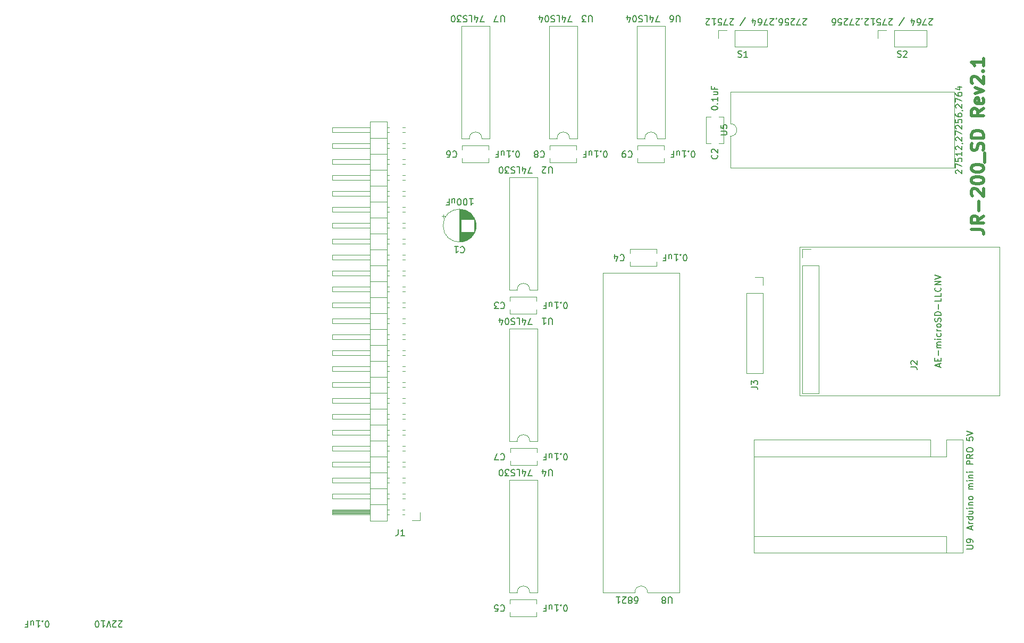
<source format=gto>
G04 #@! TF.GenerationSoftware,KiCad,Pcbnew,(5.1.9)-1*
G04 #@! TF.CreationDate,2025-02-11T22:07:12+09:00*
G04 #@! TF.ProjectId,JR-200_SD,4a522d32-3030-45f5-9344-2e6b69636164,rev?*
G04 #@! TF.SameCoordinates,PX53920b0PY93c3260*
G04 #@! TF.FileFunction,Legend,Top*
G04 #@! TF.FilePolarity,Positive*
%FSLAX46Y46*%
G04 Gerber Fmt 4.6, Leading zero omitted, Abs format (unit mm)*
G04 Created by KiCad (PCBNEW (5.1.9)-1) date 2025-02-11 22:07:12*
%MOMM*%
%LPD*%
G01*
G04 APERTURE LIST*
%ADD10C,0.150000*%
%ADD11C,0.500000*%
%ADD12C,0.120000*%
G04 APERTURE END LIST*
D10*
X89280000Y95559620D02*
X89232380Y95512000D01*
X89137142Y95464381D01*
X88899047Y95464381D01*
X88803809Y95512000D01*
X88756190Y95559620D01*
X88708571Y95654858D01*
X88708571Y95750096D01*
X88756190Y95892953D01*
X89327619Y96464381D01*
X88708571Y96464381D01*
X88375238Y95464381D02*
X87708571Y95464381D01*
X88137142Y96464381D01*
X86899047Y95464381D02*
X87089523Y95464381D01*
X87184761Y95512000D01*
X87232380Y95559620D01*
X87327619Y95702477D01*
X87375238Y95892953D01*
X87375238Y96273905D01*
X87327619Y96369143D01*
X87280000Y96416762D01*
X87184761Y96464381D01*
X86994285Y96464381D01*
X86899047Y96416762D01*
X86851428Y96369143D01*
X86803809Y96273905D01*
X86803809Y96035810D01*
X86851428Y95940572D01*
X86899047Y95892953D01*
X86994285Y95845334D01*
X87184761Y95845334D01*
X87280000Y95892953D01*
X87327619Y95940572D01*
X87375238Y96035810D01*
X85946666Y95797715D02*
X85946666Y96464381D01*
X86184761Y95416762D02*
X86422857Y96131048D01*
X85803809Y96131048D01*
X83946666Y95416762D02*
X84803809Y96702477D01*
X82899047Y95559620D02*
X82851428Y95512000D01*
X82756190Y95464381D01*
X82518095Y95464381D01*
X82422857Y95512000D01*
X82375238Y95559620D01*
X82327619Y95654858D01*
X82327619Y95750096D01*
X82375238Y95892953D01*
X82946666Y96464381D01*
X82327619Y96464381D01*
X81994285Y95464381D02*
X81327619Y95464381D01*
X81756190Y96464381D01*
X80470476Y95464381D02*
X80946666Y95464381D01*
X80994285Y95940572D01*
X80946666Y95892953D01*
X80851428Y95845334D01*
X80613333Y95845334D01*
X80518095Y95892953D01*
X80470476Y95940572D01*
X80422857Y96035810D01*
X80422857Y96273905D01*
X80470476Y96369143D01*
X80518095Y96416762D01*
X80613333Y96464381D01*
X80851428Y96464381D01*
X80946666Y96416762D01*
X80994285Y96369143D01*
X79470476Y96464381D02*
X80041904Y96464381D01*
X79756190Y96464381D02*
X79756190Y95464381D01*
X79851428Y95607239D01*
X79946666Y95702477D01*
X80041904Y95750096D01*
X79089523Y95559620D02*
X79041904Y95512000D01*
X78946666Y95464381D01*
X78708571Y95464381D01*
X78613333Y95512000D01*
X78565714Y95559620D01*
X78518095Y95654858D01*
X78518095Y95750096D01*
X78565714Y95892953D01*
X79137142Y96464381D01*
X78518095Y96464381D01*
X78041904Y96416762D02*
X78041904Y96464381D01*
X78089523Y96559620D01*
X78137142Y96607239D01*
X77660952Y95559620D02*
X77613333Y95512000D01*
X77518095Y95464381D01*
X77280000Y95464381D01*
X77184761Y95512000D01*
X77137142Y95559620D01*
X77089523Y95654858D01*
X77089523Y95750096D01*
X77137142Y95892953D01*
X77708571Y96464381D01*
X77089523Y96464381D01*
X76756190Y95464381D02*
X76089523Y95464381D01*
X76518095Y96464381D01*
X75756190Y95559620D02*
X75708571Y95512000D01*
X75613333Y95464381D01*
X75375238Y95464381D01*
X75280000Y95512000D01*
X75232380Y95559620D01*
X75184761Y95654858D01*
X75184761Y95750096D01*
X75232380Y95892953D01*
X75803809Y96464381D01*
X75184761Y96464381D01*
X74280000Y95464381D02*
X74756190Y95464381D01*
X74803809Y95940572D01*
X74756190Y95892953D01*
X74660952Y95845334D01*
X74422857Y95845334D01*
X74327619Y95892953D01*
X74280000Y95940572D01*
X74232380Y96035810D01*
X74232380Y96273905D01*
X74280000Y96369143D01*
X74327619Y96416762D01*
X74422857Y96464381D01*
X74660952Y96464381D01*
X74756190Y96416762D01*
X74803809Y96369143D01*
X73375238Y95464381D02*
X73565714Y95464381D01*
X73660952Y95512000D01*
X73708571Y95559620D01*
X73803809Y95702477D01*
X73851428Y95892953D01*
X73851428Y96273905D01*
X73803809Y96369143D01*
X73756190Y96416762D01*
X73660952Y96464381D01*
X73470476Y96464381D01*
X73375238Y96416762D01*
X73327619Y96369143D01*
X73280000Y96273905D01*
X73280000Y96035810D01*
X73327619Y95940572D01*
X73375238Y95892953D01*
X73470476Y95845334D01*
X73660952Y95845334D01*
X73756190Y95892953D01*
X73803809Y95940572D01*
X73851428Y96035810D01*
X69214000Y95559620D02*
X69166380Y95512000D01*
X69071142Y95464381D01*
X68833047Y95464381D01*
X68737809Y95512000D01*
X68690190Y95559620D01*
X68642571Y95654858D01*
X68642571Y95750096D01*
X68690190Y95892953D01*
X69261619Y96464381D01*
X68642571Y96464381D01*
X68309238Y95464381D02*
X67642571Y95464381D01*
X68071142Y96464381D01*
X67309238Y95559620D02*
X67261619Y95512000D01*
X67166380Y95464381D01*
X66928285Y95464381D01*
X66833047Y95512000D01*
X66785428Y95559620D01*
X66737809Y95654858D01*
X66737809Y95750096D01*
X66785428Y95892953D01*
X67356857Y96464381D01*
X66737809Y96464381D01*
X65833047Y95464381D02*
X66309238Y95464381D01*
X66356857Y95940572D01*
X66309238Y95892953D01*
X66214000Y95845334D01*
X65975904Y95845334D01*
X65880666Y95892953D01*
X65833047Y95940572D01*
X65785428Y96035810D01*
X65785428Y96273905D01*
X65833047Y96369143D01*
X65880666Y96416762D01*
X65975904Y96464381D01*
X66214000Y96464381D01*
X66309238Y96416762D01*
X66356857Y96369143D01*
X64928285Y95464381D02*
X65118761Y95464381D01*
X65214000Y95512000D01*
X65261619Y95559620D01*
X65356857Y95702477D01*
X65404476Y95892953D01*
X65404476Y96273905D01*
X65356857Y96369143D01*
X65309238Y96416762D01*
X65214000Y96464381D01*
X65023523Y96464381D01*
X64928285Y96416762D01*
X64880666Y96369143D01*
X64833047Y96273905D01*
X64833047Y96035810D01*
X64880666Y95940572D01*
X64928285Y95892953D01*
X65023523Y95845334D01*
X65214000Y95845334D01*
X65309238Y95892953D01*
X65356857Y95940572D01*
X65404476Y96035810D01*
X64356857Y96416762D02*
X64356857Y96464381D01*
X64404476Y96559620D01*
X64452095Y96607239D01*
X63975904Y95559620D02*
X63928285Y95512000D01*
X63833047Y95464381D01*
X63594952Y95464381D01*
X63499714Y95512000D01*
X63452095Y95559620D01*
X63404476Y95654858D01*
X63404476Y95750096D01*
X63452095Y95892953D01*
X64023523Y96464381D01*
X63404476Y96464381D01*
X63071142Y95464381D02*
X62404476Y95464381D01*
X62833047Y96464381D01*
X61594952Y95464381D02*
X61785428Y95464381D01*
X61880666Y95512000D01*
X61928285Y95559620D01*
X62023523Y95702477D01*
X62071142Y95892953D01*
X62071142Y96273905D01*
X62023523Y96369143D01*
X61975904Y96416762D01*
X61880666Y96464381D01*
X61690190Y96464381D01*
X61594952Y96416762D01*
X61547333Y96369143D01*
X61499714Y96273905D01*
X61499714Y96035810D01*
X61547333Y95940572D01*
X61594952Y95892953D01*
X61690190Y95845334D01*
X61880666Y95845334D01*
X61975904Y95892953D01*
X62023523Y95940572D01*
X62071142Y96035810D01*
X60642571Y95797715D02*
X60642571Y96464381D01*
X60880666Y95416762D02*
X61118761Y96131048D01*
X60499714Y96131048D01*
X58642571Y95416762D02*
X59499714Y96702477D01*
X57594952Y95559620D02*
X57547333Y95512000D01*
X57452095Y95464381D01*
X57214000Y95464381D01*
X57118761Y95512000D01*
X57071142Y95559620D01*
X57023523Y95654858D01*
X57023523Y95750096D01*
X57071142Y95892953D01*
X57642571Y96464381D01*
X57023523Y96464381D01*
X56690190Y95464381D02*
X56023523Y95464381D01*
X56452095Y96464381D01*
X55166380Y95464381D02*
X55642571Y95464381D01*
X55690190Y95940572D01*
X55642571Y95892953D01*
X55547333Y95845334D01*
X55309238Y95845334D01*
X55214000Y95892953D01*
X55166380Y95940572D01*
X55118761Y96035810D01*
X55118761Y96273905D01*
X55166380Y96369143D01*
X55214000Y96416762D01*
X55309238Y96464381D01*
X55547333Y96464381D01*
X55642571Y96416762D01*
X55690190Y96369143D01*
X54166380Y96464381D02*
X54737809Y96464381D01*
X54452095Y96464381D02*
X54452095Y95464381D01*
X54547333Y95607239D01*
X54642571Y95702477D01*
X54737809Y95750096D01*
X53785428Y95559620D02*
X53737809Y95512000D01*
X53642571Y95464381D01*
X53404476Y95464381D01*
X53309238Y95512000D01*
X53261619Y95559620D01*
X53214000Y95654858D01*
X53214000Y95750096D01*
X53261619Y95892953D01*
X53833047Y96464381D01*
X53214000Y96464381D01*
X15517619Y67762381D02*
X16089047Y67762381D01*
X15803333Y67762381D02*
X15803333Y66762381D01*
X15898571Y66905239D01*
X15993809Y67000477D01*
X16089047Y67048096D01*
X14898571Y66762381D02*
X14803333Y66762381D01*
X14708095Y66810000D01*
X14660476Y66857620D01*
X14612857Y66952858D01*
X14565238Y67143334D01*
X14565238Y67381429D01*
X14612857Y67571905D01*
X14660476Y67667143D01*
X14708095Y67714762D01*
X14803333Y67762381D01*
X14898571Y67762381D01*
X14993809Y67714762D01*
X15041428Y67667143D01*
X15089047Y67571905D01*
X15136666Y67381429D01*
X15136666Y67143334D01*
X15089047Y66952858D01*
X15041428Y66857620D01*
X14993809Y66810000D01*
X14898571Y66762381D01*
X13946190Y66762381D02*
X13850952Y66762381D01*
X13755714Y66810000D01*
X13708095Y66857620D01*
X13660476Y66952858D01*
X13612857Y67143334D01*
X13612857Y67381429D01*
X13660476Y67571905D01*
X13708095Y67667143D01*
X13755714Y67714762D01*
X13850952Y67762381D01*
X13946190Y67762381D01*
X14041428Y67714762D01*
X14089047Y67667143D01*
X14136666Y67571905D01*
X14184285Y67381429D01*
X14184285Y67143334D01*
X14136666Y66952858D01*
X14089047Y66857620D01*
X14041428Y66810000D01*
X13946190Y66762381D01*
X12755714Y67095715D02*
X12755714Y67762381D01*
X13184285Y67095715D02*
X13184285Y67619524D01*
X13136666Y67714762D01*
X13041428Y67762381D01*
X12898571Y67762381D01*
X12803333Y67714762D01*
X12755714Y67667143D01*
X11946190Y67238572D02*
X12279523Y67238572D01*
X12279523Y67762381D02*
X12279523Y66762381D01*
X11803333Y66762381D01*
X41878095Y3262381D02*
X42068571Y3262381D01*
X42163809Y3310000D01*
X42211428Y3357620D01*
X42306666Y3500477D01*
X42354285Y3690953D01*
X42354285Y4071905D01*
X42306666Y4167143D01*
X42259047Y4214762D01*
X42163809Y4262381D01*
X41973333Y4262381D01*
X41878095Y4214762D01*
X41830476Y4167143D01*
X41782857Y4071905D01*
X41782857Y3833810D01*
X41830476Y3738572D01*
X41878095Y3690953D01*
X41973333Y3643334D01*
X42163809Y3643334D01*
X42259047Y3690953D01*
X42306666Y3738572D01*
X42354285Y3833810D01*
X41211428Y3690953D02*
X41306666Y3643334D01*
X41354285Y3595715D01*
X41401904Y3500477D01*
X41401904Y3452858D01*
X41354285Y3357620D01*
X41306666Y3310000D01*
X41211428Y3262381D01*
X41020952Y3262381D01*
X40925714Y3310000D01*
X40878095Y3357620D01*
X40830476Y3452858D01*
X40830476Y3500477D01*
X40878095Y3595715D01*
X40925714Y3643334D01*
X41020952Y3690953D01*
X41211428Y3690953D01*
X41306666Y3738572D01*
X41354285Y3786191D01*
X41401904Y3881429D01*
X41401904Y4071905D01*
X41354285Y4167143D01*
X41306666Y4214762D01*
X41211428Y4262381D01*
X41020952Y4262381D01*
X40925714Y4214762D01*
X40878095Y4167143D01*
X40830476Y4071905D01*
X40830476Y3881429D01*
X40878095Y3786191D01*
X40925714Y3738572D01*
X41020952Y3690953D01*
X40449523Y3357620D02*
X40401904Y3310000D01*
X40306666Y3262381D01*
X40068571Y3262381D01*
X39973333Y3310000D01*
X39925714Y3357620D01*
X39878095Y3452858D01*
X39878095Y3548096D01*
X39925714Y3690953D01*
X40497142Y4262381D01*
X39878095Y4262381D01*
X38925714Y4262381D02*
X39497142Y4262381D01*
X39211428Y4262381D02*
X39211428Y3262381D01*
X39306666Y3405239D01*
X39401904Y3500477D01*
X39497142Y3548096D01*
X25502857Y23582381D02*
X24836190Y23582381D01*
X25264761Y24582381D01*
X24026666Y23915715D02*
X24026666Y24582381D01*
X24264761Y23534762D02*
X24502857Y24249048D01*
X23883809Y24249048D01*
X23026666Y24582381D02*
X23502857Y24582381D01*
X23502857Y23582381D01*
X22740952Y24534762D02*
X22598095Y24582381D01*
X22360000Y24582381D01*
X22264761Y24534762D01*
X22217142Y24487143D01*
X22169523Y24391905D01*
X22169523Y24296667D01*
X22217142Y24201429D01*
X22264761Y24153810D01*
X22360000Y24106191D01*
X22550476Y24058572D01*
X22645714Y24010953D01*
X22693333Y23963334D01*
X22740952Y23868096D01*
X22740952Y23772858D01*
X22693333Y23677620D01*
X22645714Y23630000D01*
X22550476Y23582381D01*
X22312380Y23582381D01*
X22169523Y23630000D01*
X21836190Y23582381D02*
X21217142Y23582381D01*
X21550476Y23963334D01*
X21407619Y23963334D01*
X21312380Y24010953D01*
X21264761Y24058572D01*
X21217142Y24153810D01*
X21217142Y24391905D01*
X21264761Y24487143D01*
X21312380Y24534762D01*
X21407619Y24582381D01*
X21693333Y24582381D01*
X21788571Y24534762D01*
X21836190Y24487143D01*
X20598095Y23582381D02*
X20502857Y23582381D01*
X20407619Y23630000D01*
X20360000Y23677620D01*
X20312380Y23772858D01*
X20264761Y23963334D01*
X20264761Y24201429D01*
X20312380Y24391905D01*
X20360000Y24487143D01*
X20407619Y24534762D01*
X20502857Y24582381D01*
X20598095Y24582381D01*
X20693333Y24534762D01*
X20740952Y24487143D01*
X20788571Y24391905D01*
X20836190Y24201429D01*
X20836190Y23963334D01*
X20788571Y23772858D01*
X20740952Y23677620D01*
X20693333Y23630000D01*
X20598095Y23582381D01*
X25502857Y47712381D02*
X24836190Y47712381D01*
X25264761Y48712381D01*
X24026666Y48045715D02*
X24026666Y48712381D01*
X24264761Y47664762D02*
X24502857Y48379048D01*
X23883809Y48379048D01*
X23026666Y48712381D02*
X23502857Y48712381D01*
X23502857Y47712381D01*
X22740952Y48664762D02*
X22598095Y48712381D01*
X22360000Y48712381D01*
X22264761Y48664762D01*
X22217142Y48617143D01*
X22169523Y48521905D01*
X22169523Y48426667D01*
X22217142Y48331429D01*
X22264761Y48283810D01*
X22360000Y48236191D01*
X22550476Y48188572D01*
X22645714Y48140953D01*
X22693333Y48093334D01*
X22740952Y47998096D01*
X22740952Y47902858D01*
X22693333Y47807620D01*
X22645714Y47760000D01*
X22550476Y47712381D01*
X22312380Y47712381D01*
X22169523Y47760000D01*
X21550476Y47712381D02*
X21455238Y47712381D01*
X21360000Y47760000D01*
X21312380Y47807620D01*
X21264761Y47902858D01*
X21217142Y48093334D01*
X21217142Y48331429D01*
X21264761Y48521905D01*
X21312380Y48617143D01*
X21360000Y48664762D01*
X21455238Y48712381D01*
X21550476Y48712381D01*
X21645714Y48664762D01*
X21693333Y48617143D01*
X21740952Y48521905D01*
X21788571Y48331429D01*
X21788571Y48093334D01*
X21740952Y47902858D01*
X21693333Y47807620D01*
X21645714Y47760000D01*
X21550476Y47712381D01*
X20360000Y48045715D02*
X20360000Y48712381D01*
X20598095Y47664762D02*
X20836190Y48379048D01*
X20217142Y48379048D01*
X25502857Y71842381D02*
X24836190Y71842381D01*
X25264761Y72842381D01*
X24026666Y72175715D02*
X24026666Y72842381D01*
X24264761Y71794762D02*
X24502857Y72509048D01*
X23883809Y72509048D01*
X23026666Y72842381D02*
X23502857Y72842381D01*
X23502857Y71842381D01*
X22740952Y72794762D02*
X22598095Y72842381D01*
X22360000Y72842381D01*
X22264761Y72794762D01*
X22217142Y72747143D01*
X22169523Y72651905D01*
X22169523Y72556667D01*
X22217142Y72461429D01*
X22264761Y72413810D01*
X22360000Y72366191D01*
X22550476Y72318572D01*
X22645714Y72270953D01*
X22693333Y72223334D01*
X22740952Y72128096D01*
X22740952Y72032858D01*
X22693333Y71937620D01*
X22645714Y71890000D01*
X22550476Y71842381D01*
X22312380Y71842381D01*
X22169523Y71890000D01*
X21836190Y71842381D02*
X21217142Y71842381D01*
X21550476Y72223334D01*
X21407619Y72223334D01*
X21312380Y72270953D01*
X21264761Y72318572D01*
X21217142Y72413810D01*
X21217142Y72651905D01*
X21264761Y72747143D01*
X21312380Y72794762D01*
X21407619Y72842381D01*
X21693333Y72842381D01*
X21788571Y72794762D01*
X21836190Y72747143D01*
X20598095Y71842381D02*
X20502857Y71842381D01*
X20407619Y71890000D01*
X20360000Y71937620D01*
X20312380Y72032858D01*
X20264761Y72223334D01*
X20264761Y72461429D01*
X20312380Y72651905D01*
X20360000Y72747143D01*
X20407619Y72794762D01*
X20502857Y72842381D01*
X20598095Y72842381D01*
X20693333Y72794762D01*
X20740952Y72747143D01*
X20788571Y72651905D01*
X20836190Y72461429D01*
X20836190Y72223334D01*
X20788571Y72032858D01*
X20740952Y71937620D01*
X20693333Y71890000D01*
X20598095Y71842381D01*
X45822857Y95972381D02*
X45156190Y95972381D01*
X45584761Y96972381D01*
X44346666Y96305715D02*
X44346666Y96972381D01*
X44584761Y95924762D02*
X44822857Y96639048D01*
X44203809Y96639048D01*
X43346666Y96972381D02*
X43822857Y96972381D01*
X43822857Y95972381D01*
X43060952Y96924762D02*
X42918095Y96972381D01*
X42680000Y96972381D01*
X42584761Y96924762D01*
X42537142Y96877143D01*
X42489523Y96781905D01*
X42489523Y96686667D01*
X42537142Y96591429D01*
X42584761Y96543810D01*
X42680000Y96496191D01*
X42870476Y96448572D01*
X42965714Y96400953D01*
X43013333Y96353334D01*
X43060952Y96258096D01*
X43060952Y96162858D01*
X43013333Y96067620D01*
X42965714Y96020000D01*
X42870476Y95972381D01*
X42632380Y95972381D01*
X42489523Y96020000D01*
X41870476Y95972381D02*
X41775238Y95972381D01*
X41680000Y96020000D01*
X41632380Y96067620D01*
X41584761Y96162858D01*
X41537142Y96353334D01*
X41537142Y96591429D01*
X41584761Y96781905D01*
X41632380Y96877143D01*
X41680000Y96924762D01*
X41775238Y96972381D01*
X41870476Y96972381D01*
X41965714Y96924762D01*
X42013333Y96877143D01*
X42060952Y96781905D01*
X42108571Y96591429D01*
X42108571Y96353334D01*
X42060952Y96162858D01*
X42013333Y96067620D01*
X41965714Y96020000D01*
X41870476Y95972381D01*
X40680000Y96305715D02*
X40680000Y96972381D01*
X40918095Y95924762D02*
X41156190Y96639048D01*
X40537142Y96639048D01*
X31852857Y95972381D02*
X31186190Y95972381D01*
X31614761Y96972381D01*
X30376666Y96305715D02*
X30376666Y96972381D01*
X30614761Y95924762D02*
X30852857Y96639048D01*
X30233809Y96639048D01*
X29376666Y96972381D02*
X29852857Y96972381D01*
X29852857Y95972381D01*
X29090952Y96924762D02*
X28948095Y96972381D01*
X28710000Y96972381D01*
X28614761Y96924762D01*
X28567142Y96877143D01*
X28519523Y96781905D01*
X28519523Y96686667D01*
X28567142Y96591429D01*
X28614761Y96543810D01*
X28710000Y96496191D01*
X28900476Y96448572D01*
X28995714Y96400953D01*
X29043333Y96353334D01*
X29090952Y96258096D01*
X29090952Y96162858D01*
X29043333Y96067620D01*
X28995714Y96020000D01*
X28900476Y95972381D01*
X28662380Y95972381D01*
X28519523Y96020000D01*
X27900476Y95972381D02*
X27805238Y95972381D01*
X27710000Y96020000D01*
X27662380Y96067620D01*
X27614761Y96162858D01*
X27567142Y96353334D01*
X27567142Y96591429D01*
X27614761Y96781905D01*
X27662380Y96877143D01*
X27710000Y96924762D01*
X27805238Y96972381D01*
X27900476Y96972381D01*
X27995714Y96924762D01*
X28043333Y96877143D01*
X28090952Y96781905D01*
X28138571Y96591429D01*
X28138571Y96353334D01*
X28090952Y96162858D01*
X28043333Y96067620D01*
X27995714Y96020000D01*
X27900476Y95972381D01*
X26710000Y96305715D02*
X26710000Y96972381D01*
X26948095Y95924762D02*
X27186190Y96639048D01*
X26567142Y96639048D01*
X17882857Y95972381D02*
X17216190Y95972381D01*
X17644761Y96972381D01*
X16406666Y96305715D02*
X16406666Y96972381D01*
X16644761Y95924762D02*
X16882857Y96639048D01*
X16263809Y96639048D01*
X15406666Y96972381D02*
X15882857Y96972381D01*
X15882857Y95972381D01*
X15120952Y96924762D02*
X14978095Y96972381D01*
X14740000Y96972381D01*
X14644761Y96924762D01*
X14597142Y96877143D01*
X14549523Y96781905D01*
X14549523Y96686667D01*
X14597142Y96591429D01*
X14644761Y96543810D01*
X14740000Y96496191D01*
X14930476Y96448572D01*
X15025714Y96400953D01*
X15073333Y96353334D01*
X15120952Y96258096D01*
X15120952Y96162858D01*
X15073333Y96067620D01*
X15025714Y96020000D01*
X14930476Y95972381D01*
X14692380Y95972381D01*
X14549523Y96020000D01*
X14216190Y95972381D02*
X13597142Y95972381D01*
X13930476Y96353334D01*
X13787619Y96353334D01*
X13692380Y96400953D01*
X13644761Y96448572D01*
X13597142Y96543810D01*
X13597142Y96781905D01*
X13644761Y96877143D01*
X13692380Y96924762D01*
X13787619Y96972381D01*
X14073333Y96972381D01*
X14168571Y96924762D01*
X14216190Y96877143D01*
X12978095Y95972381D02*
X12882857Y95972381D01*
X12787619Y96020000D01*
X12740000Y96067620D01*
X12692380Y96162858D01*
X12644761Y96353334D01*
X12644761Y96591429D01*
X12692380Y96781905D01*
X12740000Y96877143D01*
X12787619Y96924762D01*
X12882857Y96972381D01*
X12978095Y96972381D01*
X13073333Y96924762D01*
X13120952Y96877143D01*
X13168571Y96781905D01*
X13216190Y96591429D01*
X13216190Y96353334D01*
X13168571Y96162858D01*
X13120952Y96067620D01*
X13073333Y96020000D01*
X12978095Y95972381D01*
X54062380Y82177143D02*
X54062380Y82272381D01*
X54110000Y82367620D01*
X54157619Y82415239D01*
X54252857Y82462858D01*
X54443333Y82510477D01*
X54681428Y82510477D01*
X54871904Y82462858D01*
X54967142Y82415239D01*
X55014761Y82367620D01*
X55062380Y82272381D01*
X55062380Y82177143D01*
X55014761Y82081905D01*
X54967142Y82034286D01*
X54871904Y81986667D01*
X54681428Y81939048D01*
X54443333Y81939048D01*
X54252857Y81986667D01*
X54157619Y82034286D01*
X54110000Y82081905D01*
X54062380Y82177143D01*
X54967142Y82939048D02*
X55014761Y82986667D01*
X55062380Y82939048D01*
X55014761Y82891429D01*
X54967142Y82939048D01*
X55062380Y82939048D01*
X55062380Y83939048D02*
X55062380Y83367620D01*
X55062380Y83653334D02*
X54062380Y83653334D01*
X54205238Y83558096D01*
X54300476Y83462858D01*
X54348095Y83367620D01*
X54395714Y84796191D02*
X55062380Y84796191D01*
X54395714Y84367620D02*
X54919523Y84367620D01*
X55014761Y84415239D01*
X55062380Y84510477D01*
X55062380Y84653334D01*
X55014761Y84748572D01*
X54967142Y84796191D01*
X54538571Y85605715D02*
X54538571Y85272381D01*
X55062380Y85272381D02*
X54062380Y85272381D01*
X54062380Y85748572D01*
X49902857Y57872381D02*
X49807619Y57872381D01*
X49712380Y57920000D01*
X49664761Y57967620D01*
X49617142Y58062858D01*
X49569523Y58253334D01*
X49569523Y58491429D01*
X49617142Y58681905D01*
X49664761Y58777143D01*
X49712380Y58824762D01*
X49807619Y58872381D01*
X49902857Y58872381D01*
X49998095Y58824762D01*
X50045714Y58777143D01*
X50093333Y58681905D01*
X50140952Y58491429D01*
X50140952Y58253334D01*
X50093333Y58062858D01*
X50045714Y57967620D01*
X49998095Y57920000D01*
X49902857Y57872381D01*
X49140952Y58777143D02*
X49093333Y58824762D01*
X49140952Y58872381D01*
X49188571Y58824762D01*
X49140952Y58777143D01*
X49140952Y58872381D01*
X48140952Y58872381D02*
X48712380Y58872381D01*
X48426666Y58872381D02*
X48426666Y57872381D01*
X48521904Y58015239D01*
X48617142Y58110477D01*
X48712380Y58158096D01*
X47283809Y58205715D02*
X47283809Y58872381D01*
X47712380Y58205715D02*
X47712380Y58729524D01*
X47664761Y58824762D01*
X47569523Y58872381D01*
X47426666Y58872381D01*
X47331428Y58824762D01*
X47283809Y58777143D01*
X46474285Y58348572D02*
X46807619Y58348572D01*
X46807619Y58872381D02*
X46807619Y57872381D01*
X46331428Y57872381D01*
X51172857Y74382381D02*
X51077619Y74382381D01*
X50982380Y74430000D01*
X50934761Y74477620D01*
X50887142Y74572858D01*
X50839523Y74763334D01*
X50839523Y75001429D01*
X50887142Y75191905D01*
X50934761Y75287143D01*
X50982380Y75334762D01*
X51077619Y75382381D01*
X51172857Y75382381D01*
X51268095Y75334762D01*
X51315714Y75287143D01*
X51363333Y75191905D01*
X51410952Y75001429D01*
X51410952Y74763334D01*
X51363333Y74572858D01*
X51315714Y74477620D01*
X51268095Y74430000D01*
X51172857Y74382381D01*
X50410952Y75287143D02*
X50363333Y75334762D01*
X50410952Y75382381D01*
X50458571Y75334762D01*
X50410952Y75287143D01*
X50410952Y75382381D01*
X49410952Y75382381D02*
X49982380Y75382381D01*
X49696666Y75382381D02*
X49696666Y74382381D01*
X49791904Y74525239D01*
X49887142Y74620477D01*
X49982380Y74668096D01*
X48553809Y74715715D02*
X48553809Y75382381D01*
X48982380Y74715715D02*
X48982380Y75239524D01*
X48934761Y75334762D01*
X48839523Y75382381D01*
X48696666Y75382381D01*
X48601428Y75334762D01*
X48553809Y75287143D01*
X47744285Y74858572D02*
X48077619Y74858572D01*
X48077619Y75382381D02*
X48077619Y74382381D01*
X47601428Y74382381D01*
X37202857Y74382381D02*
X37107619Y74382381D01*
X37012380Y74430000D01*
X36964761Y74477620D01*
X36917142Y74572858D01*
X36869523Y74763334D01*
X36869523Y75001429D01*
X36917142Y75191905D01*
X36964761Y75287143D01*
X37012380Y75334762D01*
X37107619Y75382381D01*
X37202857Y75382381D01*
X37298095Y75334762D01*
X37345714Y75287143D01*
X37393333Y75191905D01*
X37440952Y75001429D01*
X37440952Y74763334D01*
X37393333Y74572858D01*
X37345714Y74477620D01*
X37298095Y74430000D01*
X37202857Y74382381D01*
X36440952Y75287143D02*
X36393333Y75334762D01*
X36440952Y75382381D01*
X36488571Y75334762D01*
X36440952Y75287143D01*
X36440952Y75382381D01*
X35440952Y75382381D02*
X36012380Y75382381D01*
X35726666Y75382381D02*
X35726666Y74382381D01*
X35821904Y74525239D01*
X35917142Y74620477D01*
X36012380Y74668096D01*
X34583809Y74715715D02*
X34583809Y75382381D01*
X35012380Y74715715D02*
X35012380Y75239524D01*
X34964761Y75334762D01*
X34869523Y75382381D01*
X34726666Y75382381D01*
X34631428Y75334762D01*
X34583809Y75287143D01*
X33774285Y74858572D02*
X34107619Y74858572D01*
X34107619Y75382381D02*
X34107619Y74382381D01*
X33631428Y74382381D01*
X23232857Y74382381D02*
X23137619Y74382381D01*
X23042380Y74430000D01*
X22994761Y74477620D01*
X22947142Y74572858D01*
X22899523Y74763334D01*
X22899523Y75001429D01*
X22947142Y75191905D01*
X22994761Y75287143D01*
X23042380Y75334762D01*
X23137619Y75382381D01*
X23232857Y75382381D01*
X23328095Y75334762D01*
X23375714Y75287143D01*
X23423333Y75191905D01*
X23470952Y75001429D01*
X23470952Y74763334D01*
X23423333Y74572858D01*
X23375714Y74477620D01*
X23328095Y74430000D01*
X23232857Y74382381D01*
X22470952Y75287143D02*
X22423333Y75334762D01*
X22470952Y75382381D01*
X22518571Y75334762D01*
X22470952Y75287143D01*
X22470952Y75382381D01*
X21470952Y75382381D02*
X22042380Y75382381D01*
X21756666Y75382381D02*
X21756666Y74382381D01*
X21851904Y74525239D01*
X21947142Y74620477D01*
X22042380Y74668096D01*
X20613809Y74715715D02*
X20613809Y75382381D01*
X21042380Y74715715D02*
X21042380Y75239524D01*
X20994761Y75334762D01*
X20899523Y75382381D01*
X20756666Y75382381D01*
X20661428Y75334762D01*
X20613809Y75287143D01*
X19804285Y74858572D02*
X20137619Y74858572D01*
X20137619Y75382381D02*
X20137619Y74382381D01*
X19661428Y74382381D01*
X30852857Y26122381D02*
X30757619Y26122381D01*
X30662380Y26170000D01*
X30614761Y26217620D01*
X30567142Y26312858D01*
X30519523Y26503334D01*
X30519523Y26741429D01*
X30567142Y26931905D01*
X30614761Y27027143D01*
X30662380Y27074762D01*
X30757619Y27122381D01*
X30852857Y27122381D01*
X30948095Y27074762D01*
X30995714Y27027143D01*
X31043333Y26931905D01*
X31090952Y26741429D01*
X31090952Y26503334D01*
X31043333Y26312858D01*
X30995714Y26217620D01*
X30948095Y26170000D01*
X30852857Y26122381D01*
X30090952Y27027143D02*
X30043333Y27074762D01*
X30090952Y27122381D01*
X30138571Y27074762D01*
X30090952Y27027143D01*
X30090952Y27122381D01*
X29090952Y27122381D02*
X29662380Y27122381D01*
X29376666Y27122381D02*
X29376666Y26122381D01*
X29471904Y26265239D01*
X29567142Y26360477D01*
X29662380Y26408096D01*
X28233809Y26455715D02*
X28233809Y27122381D01*
X28662380Y26455715D02*
X28662380Y26979524D01*
X28614761Y27074762D01*
X28519523Y27122381D01*
X28376666Y27122381D01*
X28281428Y27074762D01*
X28233809Y27027143D01*
X27424285Y26598572D02*
X27757619Y26598572D01*
X27757619Y27122381D02*
X27757619Y26122381D01*
X27281428Y26122381D01*
X30852857Y1992381D02*
X30757619Y1992381D01*
X30662380Y2040000D01*
X30614761Y2087620D01*
X30567142Y2182858D01*
X30519523Y2373334D01*
X30519523Y2611429D01*
X30567142Y2801905D01*
X30614761Y2897143D01*
X30662380Y2944762D01*
X30757619Y2992381D01*
X30852857Y2992381D01*
X30948095Y2944762D01*
X30995714Y2897143D01*
X31043333Y2801905D01*
X31090952Y2611429D01*
X31090952Y2373334D01*
X31043333Y2182858D01*
X30995714Y2087620D01*
X30948095Y2040000D01*
X30852857Y1992381D01*
X30090952Y2897143D02*
X30043333Y2944762D01*
X30090952Y2992381D01*
X30138571Y2944762D01*
X30090952Y2897143D01*
X30090952Y2992381D01*
X29090952Y2992381D02*
X29662380Y2992381D01*
X29376666Y2992381D02*
X29376666Y1992381D01*
X29471904Y2135239D01*
X29567142Y2230477D01*
X29662380Y2278096D01*
X28233809Y2325715D02*
X28233809Y2992381D01*
X28662380Y2325715D02*
X28662380Y2849524D01*
X28614761Y2944762D01*
X28519523Y2992381D01*
X28376666Y2992381D01*
X28281428Y2944762D01*
X28233809Y2897143D01*
X27424285Y2468572D02*
X27757619Y2468572D01*
X27757619Y2992381D02*
X27757619Y1992381D01*
X27281428Y1992381D01*
X30852857Y50252381D02*
X30757619Y50252381D01*
X30662380Y50300000D01*
X30614761Y50347620D01*
X30567142Y50442858D01*
X30519523Y50633334D01*
X30519523Y50871429D01*
X30567142Y51061905D01*
X30614761Y51157143D01*
X30662380Y51204762D01*
X30757619Y51252381D01*
X30852857Y51252381D01*
X30948095Y51204762D01*
X30995714Y51157143D01*
X31043333Y51061905D01*
X31090952Y50871429D01*
X31090952Y50633334D01*
X31043333Y50442858D01*
X30995714Y50347620D01*
X30948095Y50300000D01*
X30852857Y50252381D01*
X30090952Y51157143D02*
X30043333Y51204762D01*
X30090952Y51252381D01*
X30138571Y51204762D01*
X30090952Y51157143D01*
X30090952Y51252381D01*
X29090952Y51252381D02*
X29662380Y51252381D01*
X29376666Y51252381D02*
X29376666Y50252381D01*
X29471904Y50395239D01*
X29567142Y50490477D01*
X29662380Y50538096D01*
X28233809Y50585715D02*
X28233809Y51252381D01*
X28662380Y50585715D02*
X28662380Y51109524D01*
X28614761Y51204762D01*
X28519523Y51252381D01*
X28376666Y51252381D01*
X28281428Y51204762D01*
X28233809Y51157143D01*
X27424285Y50728572D02*
X27757619Y50728572D01*
X27757619Y51252381D02*
X27757619Y50252381D01*
X27281428Y50252381D01*
X93047619Y71787620D02*
X93000000Y71835239D01*
X92952380Y71930477D01*
X92952380Y72168572D01*
X93000000Y72263810D01*
X93047619Y72311429D01*
X93142857Y72359048D01*
X93238095Y72359048D01*
X93380952Y72311429D01*
X93952380Y71740000D01*
X93952380Y72359048D01*
X92952380Y72692381D02*
X92952380Y73359048D01*
X93952380Y72930477D01*
X92952380Y74216191D02*
X92952380Y73740000D01*
X93428571Y73692381D01*
X93380952Y73740000D01*
X93333333Y73835239D01*
X93333333Y74073334D01*
X93380952Y74168572D01*
X93428571Y74216191D01*
X93523809Y74263810D01*
X93761904Y74263810D01*
X93857142Y74216191D01*
X93904761Y74168572D01*
X93952380Y74073334D01*
X93952380Y73835239D01*
X93904761Y73740000D01*
X93857142Y73692381D01*
X93952380Y75216191D02*
X93952380Y74644762D01*
X93952380Y74930477D02*
X92952380Y74930477D01*
X93095238Y74835239D01*
X93190476Y74740000D01*
X93238095Y74644762D01*
X93047619Y75597143D02*
X93000000Y75644762D01*
X92952380Y75740000D01*
X92952380Y75978096D01*
X93000000Y76073334D01*
X93047619Y76120953D01*
X93142857Y76168572D01*
X93238095Y76168572D01*
X93380952Y76120953D01*
X93952380Y75549524D01*
X93952380Y76168572D01*
X93904761Y76644762D02*
X93952380Y76644762D01*
X94047619Y76597143D01*
X94095238Y76549524D01*
X93047619Y77025715D02*
X93000000Y77073334D01*
X92952380Y77168572D01*
X92952380Y77406667D01*
X93000000Y77501905D01*
X93047619Y77549524D01*
X93142857Y77597143D01*
X93238095Y77597143D01*
X93380952Y77549524D01*
X93952380Y76978096D01*
X93952380Y77597143D01*
X92952380Y77930477D02*
X92952380Y78597143D01*
X93952380Y78168572D01*
X93047619Y78930477D02*
X93000000Y78978096D01*
X92952380Y79073334D01*
X92952380Y79311429D01*
X93000000Y79406667D01*
X93047619Y79454286D01*
X93142857Y79501905D01*
X93238095Y79501905D01*
X93380952Y79454286D01*
X93952380Y78882858D01*
X93952380Y79501905D01*
X92952380Y80406667D02*
X92952380Y79930477D01*
X93428571Y79882858D01*
X93380952Y79930477D01*
X93333333Y80025715D01*
X93333333Y80263810D01*
X93380952Y80359048D01*
X93428571Y80406667D01*
X93523809Y80454286D01*
X93761904Y80454286D01*
X93857142Y80406667D01*
X93904761Y80359048D01*
X93952380Y80263810D01*
X93952380Y80025715D01*
X93904761Y79930477D01*
X93857142Y79882858D01*
X92952380Y81311429D02*
X92952380Y81120953D01*
X93000000Y81025715D01*
X93047619Y80978096D01*
X93190476Y80882858D01*
X93380952Y80835239D01*
X93761904Y80835239D01*
X93857142Y80882858D01*
X93904761Y80930477D01*
X93952380Y81025715D01*
X93952380Y81216191D01*
X93904761Y81311429D01*
X93857142Y81359048D01*
X93761904Y81406667D01*
X93523809Y81406667D01*
X93428571Y81359048D01*
X93380952Y81311429D01*
X93333333Y81216191D01*
X93333333Y81025715D01*
X93380952Y80930477D01*
X93428571Y80882858D01*
X93523809Y80835239D01*
X93904761Y81882858D02*
X93952380Y81882858D01*
X94047619Y81835239D01*
X94095238Y81787620D01*
X93047619Y82263810D02*
X93000000Y82311429D01*
X92952380Y82406667D01*
X92952380Y82644762D01*
X93000000Y82740000D01*
X93047619Y82787620D01*
X93142857Y82835239D01*
X93238095Y82835239D01*
X93380952Y82787620D01*
X93952380Y82216191D01*
X93952380Y82835239D01*
X92952380Y83168572D02*
X92952380Y83835239D01*
X93952380Y83406667D01*
X92952380Y84644762D02*
X92952380Y84454286D01*
X93000000Y84359048D01*
X93047619Y84311429D01*
X93190476Y84216191D01*
X93380952Y84168572D01*
X93761904Y84168572D01*
X93857142Y84216191D01*
X93904761Y84263810D01*
X93952380Y84359048D01*
X93952380Y84549524D01*
X93904761Y84644762D01*
X93857142Y84692381D01*
X93761904Y84740000D01*
X93523809Y84740000D01*
X93428571Y84692381D01*
X93380952Y84644762D01*
X93333333Y84549524D01*
X93333333Y84359048D01*
X93380952Y84263810D01*
X93428571Y84216191D01*
X93523809Y84168572D01*
X93285714Y85597143D02*
X93952380Y85597143D01*
X92904761Y85359048D02*
X93619047Y85120953D01*
X93619047Y85740000D01*
X95416666Y15098096D02*
X95416666Y15574286D01*
X95702380Y15002858D02*
X94702380Y15336191D01*
X95702380Y15669524D01*
X95702380Y16002858D02*
X95035714Y16002858D01*
X95226190Y16002858D02*
X95130952Y16050477D01*
X95083333Y16098096D01*
X95035714Y16193334D01*
X95035714Y16288572D01*
X95702380Y17050477D02*
X94702380Y17050477D01*
X95654761Y17050477D02*
X95702380Y16955239D01*
X95702380Y16764762D01*
X95654761Y16669524D01*
X95607142Y16621905D01*
X95511904Y16574286D01*
X95226190Y16574286D01*
X95130952Y16621905D01*
X95083333Y16669524D01*
X95035714Y16764762D01*
X95035714Y16955239D01*
X95083333Y17050477D01*
X95035714Y17955239D02*
X95702380Y17955239D01*
X95035714Y17526667D02*
X95559523Y17526667D01*
X95654761Y17574286D01*
X95702380Y17669524D01*
X95702380Y17812381D01*
X95654761Y17907620D01*
X95607142Y17955239D01*
X95702380Y18431429D02*
X95035714Y18431429D01*
X94702380Y18431429D02*
X94750000Y18383810D01*
X94797619Y18431429D01*
X94750000Y18479048D01*
X94702380Y18431429D01*
X94797619Y18431429D01*
X95035714Y18907620D02*
X95702380Y18907620D01*
X95130952Y18907620D02*
X95083333Y18955239D01*
X95035714Y19050477D01*
X95035714Y19193334D01*
X95083333Y19288572D01*
X95178571Y19336191D01*
X95702380Y19336191D01*
X95702380Y19955239D02*
X95654761Y19860000D01*
X95607142Y19812381D01*
X95511904Y19764762D01*
X95226190Y19764762D01*
X95130952Y19812381D01*
X95083333Y19860000D01*
X95035714Y19955239D01*
X95035714Y20098096D01*
X95083333Y20193334D01*
X95130952Y20240953D01*
X95226190Y20288572D01*
X95511904Y20288572D01*
X95607142Y20240953D01*
X95654761Y20193334D01*
X95702380Y20098096D01*
X95702380Y19955239D01*
X95702380Y21479048D02*
X95035714Y21479048D01*
X95130952Y21479048D02*
X95083333Y21526667D01*
X95035714Y21621905D01*
X95035714Y21764762D01*
X95083333Y21860000D01*
X95178571Y21907620D01*
X95702380Y21907620D01*
X95178571Y21907620D02*
X95083333Y21955239D01*
X95035714Y22050477D01*
X95035714Y22193334D01*
X95083333Y22288572D01*
X95178571Y22336191D01*
X95702380Y22336191D01*
X95702380Y22812381D02*
X95035714Y22812381D01*
X94702380Y22812381D02*
X94750000Y22764762D01*
X94797619Y22812381D01*
X94750000Y22860000D01*
X94702380Y22812381D01*
X94797619Y22812381D01*
X95035714Y23288572D02*
X95702380Y23288572D01*
X95130952Y23288572D02*
X95083333Y23336191D01*
X95035714Y23431429D01*
X95035714Y23574286D01*
X95083333Y23669524D01*
X95178571Y23717143D01*
X95702380Y23717143D01*
X95702380Y24193334D02*
X95035714Y24193334D01*
X94702380Y24193334D02*
X94750000Y24145715D01*
X94797619Y24193334D01*
X94750000Y24240953D01*
X94702380Y24193334D01*
X94797619Y24193334D01*
X95702380Y25431429D02*
X94702380Y25431429D01*
X94702380Y25812381D01*
X94750000Y25907620D01*
X94797619Y25955239D01*
X94892857Y26002858D01*
X95035714Y26002858D01*
X95130952Y25955239D01*
X95178571Y25907620D01*
X95226190Y25812381D01*
X95226190Y25431429D01*
X95702380Y27002858D02*
X95226190Y26669524D01*
X95702380Y26431429D02*
X94702380Y26431429D01*
X94702380Y26812381D01*
X94750000Y26907620D01*
X94797619Y26955239D01*
X94892857Y27002858D01*
X95035714Y27002858D01*
X95130952Y26955239D01*
X95178571Y26907620D01*
X95226190Y26812381D01*
X95226190Y26431429D01*
X94702380Y27621905D02*
X94702380Y27812381D01*
X94750000Y27907620D01*
X94845238Y28002858D01*
X95035714Y28050477D01*
X95369047Y28050477D01*
X95559523Y28002858D01*
X95654761Y27907620D01*
X95702380Y27812381D01*
X95702380Y27621905D01*
X95654761Y27526667D01*
X95559523Y27431429D01*
X95369047Y27383810D01*
X95035714Y27383810D01*
X94845238Y27431429D01*
X94750000Y27526667D01*
X94702380Y27621905D01*
X94702380Y29717143D02*
X94702380Y29240953D01*
X95178571Y29193334D01*
X95130952Y29240953D01*
X95083333Y29336191D01*
X95083333Y29574286D01*
X95130952Y29669524D01*
X95178571Y29717143D01*
X95273809Y29764762D01*
X95511904Y29764762D01*
X95607142Y29717143D01*
X95654761Y29669524D01*
X95702380Y29574286D01*
X95702380Y29336191D01*
X95654761Y29240953D01*
X95607142Y29193334D01*
X94702380Y30050477D02*
X95702380Y30383810D01*
X94702380Y30717143D01*
D11*
X95424761Y62914286D02*
X96853333Y62914286D01*
X97139047Y62819048D01*
X97329523Y62628572D01*
X97424761Y62342858D01*
X97424761Y62152381D01*
X97424761Y65009524D02*
X96472380Y64342858D01*
X97424761Y63866667D02*
X95424761Y63866667D01*
X95424761Y64628572D01*
X95520000Y64819048D01*
X95615238Y64914286D01*
X95805714Y65009524D01*
X96091428Y65009524D01*
X96281904Y64914286D01*
X96377142Y64819048D01*
X96472380Y64628572D01*
X96472380Y63866667D01*
X96662857Y65866667D02*
X96662857Y67390477D01*
X95615238Y68247620D02*
X95520000Y68342858D01*
X95424761Y68533334D01*
X95424761Y69009524D01*
X95520000Y69200000D01*
X95615238Y69295239D01*
X95805714Y69390477D01*
X95996190Y69390477D01*
X96281904Y69295239D01*
X97424761Y68152381D01*
X97424761Y69390477D01*
X95424761Y70628572D02*
X95424761Y70819048D01*
X95520000Y71009524D01*
X95615238Y71104762D01*
X95805714Y71200000D01*
X96186666Y71295239D01*
X96662857Y71295239D01*
X97043809Y71200000D01*
X97234285Y71104762D01*
X97329523Y71009524D01*
X97424761Y70819048D01*
X97424761Y70628572D01*
X97329523Y70438096D01*
X97234285Y70342858D01*
X97043809Y70247620D01*
X96662857Y70152381D01*
X96186666Y70152381D01*
X95805714Y70247620D01*
X95615238Y70342858D01*
X95520000Y70438096D01*
X95424761Y70628572D01*
X95424761Y72533334D02*
X95424761Y72723810D01*
X95520000Y72914286D01*
X95615238Y73009524D01*
X95805714Y73104762D01*
X96186666Y73200000D01*
X96662857Y73200000D01*
X97043809Y73104762D01*
X97234285Y73009524D01*
X97329523Y72914286D01*
X97424761Y72723810D01*
X97424761Y72533334D01*
X97329523Y72342858D01*
X97234285Y72247620D01*
X97043809Y72152381D01*
X96662857Y72057143D01*
X96186666Y72057143D01*
X95805714Y72152381D01*
X95615238Y72247620D01*
X95520000Y72342858D01*
X95424761Y72533334D01*
X97615238Y73580953D02*
X97615238Y75104762D01*
X97329523Y75485715D02*
X97424761Y75771429D01*
X97424761Y76247620D01*
X97329523Y76438096D01*
X97234285Y76533334D01*
X97043809Y76628572D01*
X96853333Y76628572D01*
X96662857Y76533334D01*
X96567619Y76438096D01*
X96472380Y76247620D01*
X96377142Y75866667D01*
X96281904Y75676191D01*
X96186666Y75580953D01*
X95996190Y75485715D01*
X95805714Y75485715D01*
X95615238Y75580953D01*
X95520000Y75676191D01*
X95424761Y75866667D01*
X95424761Y76342858D01*
X95520000Y76628572D01*
X97424761Y77485715D02*
X95424761Y77485715D01*
X95424761Y77961905D01*
X95520000Y78247620D01*
X95710476Y78438096D01*
X95900952Y78533334D01*
X96281904Y78628572D01*
X96567619Y78628572D01*
X96948571Y78533334D01*
X97139047Y78438096D01*
X97329523Y78247620D01*
X97424761Y77961905D01*
X97424761Y77485715D01*
X97424761Y82152381D02*
X96472380Y81485715D01*
X97424761Y81009524D02*
X95424761Y81009524D01*
X95424761Y81771429D01*
X95520000Y81961905D01*
X95615238Y82057143D01*
X95805714Y82152381D01*
X96091428Y82152381D01*
X96281904Y82057143D01*
X96377142Y81961905D01*
X96472380Y81771429D01*
X96472380Y81009524D01*
X97329523Y83771429D02*
X97424761Y83580953D01*
X97424761Y83200000D01*
X97329523Y83009524D01*
X97139047Y82914286D01*
X96377142Y82914286D01*
X96186666Y83009524D01*
X96091428Y83200000D01*
X96091428Y83580953D01*
X96186666Y83771429D01*
X96377142Y83866667D01*
X96567619Y83866667D01*
X96758095Y82914286D01*
X96091428Y84533334D02*
X97424761Y85009524D01*
X96091428Y85485715D01*
X95615238Y86152381D02*
X95520000Y86247620D01*
X95424761Y86438096D01*
X95424761Y86914286D01*
X95520000Y87104762D01*
X95615238Y87200000D01*
X95805714Y87295239D01*
X95996190Y87295239D01*
X96281904Y87200000D01*
X97424761Y86057143D01*
X97424761Y87295239D01*
X97234285Y88152381D02*
X97329523Y88247620D01*
X97424761Y88152381D01*
X97329523Y88057143D01*
X97234285Y88152381D01*
X97424761Y88152381D01*
X97424761Y90152381D02*
X97424761Y89009524D01*
X97424761Y89580953D02*
X95424761Y89580953D01*
X95710476Y89390477D01*
X95900952Y89200000D01*
X95996190Y89009524D01*
D10*
X-39767143Y-452380D02*
X-39814762Y-500000D01*
X-39910000Y-547619D01*
X-40148096Y-547619D01*
X-40243334Y-500000D01*
X-40290953Y-452380D01*
X-40338572Y-357142D01*
X-40338572Y-261904D01*
X-40290953Y-119047D01*
X-39719524Y452381D01*
X-40338572Y452381D01*
X-40719524Y-452380D02*
X-40767143Y-500000D01*
X-40862381Y-547619D01*
X-41100477Y-547619D01*
X-41195715Y-500000D01*
X-41243334Y-452380D01*
X-41290953Y-357142D01*
X-41290953Y-261904D01*
X-41243334Y-119047D01*
X-40671905Y452381D01*
X-41290953Y452381D01*
X-41576667Y-547619D02*
X-41910000Y452381D01*
X-42243334Y-547619D01*
X-43100477Y452381D02*
X-42529048Y452381D01*
X-42814762Y452381D02*
X-42814762Y-547619D01*
X-42719524Y-404761D01*
X-42624286Y-309523D01*
X-42529048Y-261904D01*
X-43719524Y-547619D02*
X-43814762Y-547619D01*
X-43910000Y-500000D01*
X-43957620Y-452380D01*
X-44005239Y-357142D01*
X-44052858Y-166666D01*
X-44052858Y71429D01*
X-44005239Y261905D01*
X-43957620Y357143D01*
X-43910000Y404762D01*
X-43814762Y452381D01*
X-43719524Y452381D01*
X-43624286Y404762D01*
X-43576667Y357143D01*
X-43529048Y261905D01*
X-43481429Y71429D01*
X-43481429Y-166666D01*
X-43529048Y-357142D01*
X-43576667Y-452380D01*
X-43624286Y-500000D01*
X-43719524Y-547619D01*
X-51697143Y-547619D02*
X-51792381Y-547619D01*
X-51887620Y-500000D01*
X-51935239Y-452380D01*
X-51982858Y-357142D01*
X-52030477Y-166666D01*
X-52030477Y71429D01*
X-51982858Y261905D01*
X-51935239Y357143D01*
X-51887620Y404762D01*
X-51792381Y452381D01*
X-51697143Y452381D01*
X-51601905Y404762D01*
X-51554286Y357143D01*
X-51506667Y261905D01*
X-51459048Y71429D01*
X-51459048Y-166666D01*
X-51506667Y-357142D01*
X-51554286Y-452380D01*
X-51601905Y-500000D01*
X-51697143Y-547619D01*
X-52459048Y357143D02*
X-52506667Y404762D01*
X-52459048Y452381D01*
X-52411429Y404762D01*
X-52459048Y357143D01*
X-52459048Y452381D01*
X-53459048Y452381D02*
X-52887620Y452381D01*
X-53173334Y452381D02*
X-53173334Y-547619D01*
X-53078096Y-404761D01*
X-52982858Y-309523D01*
X-52887620Y-261904D01*
X-54316191Y-214285D02*
X-54316191Y452381D01*
X-53887620Y-214285D02*
X-53887620Y309524D01*
X-53935239Y404762D01*
X-54030477Y452381D01*
X-54173334Y452381D01*
X-54268572Y404762D01*
X-54316191Y357143D01*
X-55125715Y-71428D02*
X-54792381Y-71428D01*
X-54792381Y452381D02*
X-54792381Y-547619D01*
X-55268572Y-547619D01*
D12*
X45320000Y57050000D02*
X41080000Y57050000D01*
X45320000Y59790000D02*
X41080000Y59790000D01*
X45320000Y57050000D02*
X45320000Y57755000D01*
X45320000Y59085000D02*
X45320000Y59790000D01*
X41080000Y57050000D02*
X41080000Y57755000D01*
X41080000Y59085000D02*
X41080000Y59790000D01*
X55275000Y80840000D02*
X55980000Y80840000D01*
X53240000Y80840000D02*
X53945000Y80840000D01*
X55275000Y76600000D02*
X55980000Y76600000D01*
X53240000Y76600000D02*
X53945000Y76600000D01*
X55980000Y76600000D02*
X55980000Y80840000D01*
X53240000Y76600000D02*
X53240000Y80840000D01*
X68520000Y36770000D02*
X71180000Y36770000D01*
X68520000Y57150000D02*
X68520000Y36770000D01*
X71180000Y57150000D02*
X71180000Y36770000D01*
X68520000Y57150000D02*
X71180000Y57150000D01*
X68520000Y58420000D02*
X68520000Y59750000D01*
X68520000Y59750000D02*
X69850000Y59750000D01*
X68150000Y36400000D02*
X99950000Y36400000D01*
X99950000Y36400000D02*
X99950000Y60100000D01*
X99950000Y60100000D02*
X68150000Y60100000D01*
X68150000Y60100000D02*
X68150000Y36400000D01*
X88900000Y26670000D02*
X91440000Y26670000D01*
X91440000Y26670000D02*
X91440000Y29337000D01*
X88900000Y29337000D02*
X60833000Y29337000D01*
X94107000Y29337000D02*
X91440000Y29337000D01*
X91440000Y13970000D02*
X91440000Y11300000D01*
X91440000Y13970000D02*
X60833000Y13970000D01*
X60833000Y29337000D02*
X60833000Y11300000D01*
X88900000Y26670000D02*
X88900000Y29337000D01*
X88900000Y26670000D02*
X60833000Y26670000D01*
X60833000Y11303000D02*
X94107000Y11303000D01*
X94107000Y11303000D02*
X94107000Y29337000D01*
X59630000Y52705000D02*
X62290000Y52705000D01*
X59630000Y52705000D02*
X59630000Y39945000D01*
X59630000Y39945000D02*
X62290000Y39945000D01*
X62290000Y52705000D02*
X62290000Y39945000D01*
X62290000Y55305000D02*
X62290000Y53975000D01*
X60960000Y55305000D02*
X62290000Y55305000D01*
X7620000Y16510000D02*
X6350000Y16510000D01*
X7620000Y17780000D02*
X7620000Y16510000D01*
X5307071Y79120000D02*
X4852929Y79120000D01*
X5307071Y78360000D02*
X4852929Y78360000D01*
X2767071Y79120000D02*
X2370000Y79120000D01*
X2767071Y78360000D02*
X2370000Y78360000D01*
X-6290000Y79120000D02*
X-290000Y79120000D01*
X-6290000Y78360000D02*
X-6290000Y79120000D01*
X-290000Y78360000D02*
X-6290000Y78360000D01*
X2370000Y77470000D02*
X-290000Y77470000D01*
X5307071Y76580000D02*
X4852929Y76580000D01*
X5307071Y75820000D02*
X4852929Y75820000D01*
X2767071Y76580000D02*
X2370000Y76580000D01*
X2767071Y75820000D02*
X2370000Y75820000D01*
X-6290000Y76580000D02*
X-290000Y76580000D01*
X-6290000Y75820000D02*
X-6290000Y76580000D01*
X-290000Y75820000D02*
X-6290000Y75820000D01*
X2370000Y74930000D02*
X-290000Y74930000D01*
X5307071Y74040000D02*
X4852929Y74040000D01*
X5307071Y73280000D02*
X4852929Y73280000D01*
X2767071Y74040000D02*
X2370000Y74040000D01*
X2767071Y73280000D02*
X2370000Y73280000D01*
X-6290000Y74040000D02*
X-290000Y74040000D01*
X-6290000Y73280000D02*
X-6290000Y74040000D01*
X-290000Y73280000D02*
X-6290000Y73280000D01*
X2370000Y72390000D02*
X-290000Y72390000D01*
X5307071Y71500000D02*
X4852929Y71500000D01*
X5307071Y70740000D02*
X4852929Y70740000D01*
X2767071Y71500000D02*
X2370000Y71500000D01*
X2767071Y70740000D02*
X2370000Y70740000D01*
X-6290000Y71500000D02*
X-290000Y71500000D01*
X-6290000Y70740000D02*
X-6290000Y71500000D01*
X-290000Y70740000D02*
X-6290000Y70740000D01*
X2370000Y69850000D02*
X-290000Y69850000D01*
X5307071Y68960000D02*
X4852929Y68960000D01*
X5307071Y68200000D02*
X4852929Y68200000D01*
X2767071Y68960000D02*
X2370000Y68960000D01*
X2767071Y68200000D02*
X2370000Y68200000D01*
X-6290000Y68960000D02*
X-290000Y68960000D01*
X-6290000Y68200000D02*
X-6290000Y68960000D01*
X-290000Y68200000D02*
X-6290000Y68200000D01*
X2370000Y67310000D02*
X-290000Y67310000D01*
X5307071Y66420000D02*
X4852929Y66420000D01*
X5307071Y65660000D02*
X4852929Y65660000D01*
X2767071Y66420000D02*
X2370000Y66420000D01*
X2767071Y65660000D02*
X2370000Y65660000D01*
X-6290000Y66420000D02*
X-290000Y66420000D01*
X-6290000Y65660000D02*
X-6290000Y66420000D01*
X-290000Y65660000D02*
X-6290000Y65660000D01*
X2370000Y64770000D02*
X-290000Y64770000D01*
X5307071Y63880000D02*
X4852929Y63880000D01*
X5307071Y63120000D02*
X4852929Y63120000D01*
X2767071Y63880000D02*
X2370000Y63880000D01*
X2767071Y63120000D02*
X2370000Y63120000D01*
X-6290000Y63880000D02*
X-290000Y63880000D01*
X-6290000Y63120000D02*
X-6290000Y63880000D01*
X-290000Y63120000D02*
X-6290000Y63120000D01*
X2370000Y62230000D02*
X-290000Y62230000D01*
X5307071Y61340000D02*
X4852929Y61340000D01*
X5307071Y60580000D02*
X4852929Y60580000D01*
X2767071Y61340000D02*
X2370000Y61340000D01*
X2767071Y60580000D02*
X2370000Y60580000D01*
X-6290000Y61340000D02*
X-290000Y61340000D01*
X-6290000Y60580000D02*
X-6290000Y61340000D01*
X-290000Y60580000D02*
X-6290000Y60580000D01*
X2370000Y59690000D02*
X-290000Y59690000D01*
X5307071Y58800000D02*
X4852929Y58800000D01*
X5307071Y58040000D02*
X4852929Y58040000D01*
X2767071Y58800000D02*
X2370000Y58800000D01*
X2767071Y58040000D02*
X2370000Y58040000D01*
X-6290000Y58800000D02*
X-290000Y58800000D01*
X-6290000Y58040000D02*
X-6290000Y58800000D01*
X-290000Y58040000D02*
X-6290000Y58040000D01*
X2370000Y57150000D02*
X-290000Y57150000D01*
X5307071Y56260000D02*
X4852929Y56260000D01*
X5307071Y55500000D02*
X4852929Y55500000D01*
X2767071Y56260000D02*
X2370000Y56260000D01*
X2767071Y55500000D02*
X2370000Y55500000D01*
X-6290000Y56260000D02*
X-290000Y56260000D01*
X-6290000Y55500000D02*
X-6290000Y56260000D01*
X-290000Y55500000D02*
X-6290000Y55500000D01*
X2370000Y54610000D02*
X-290000Y54610000D01*
X5307071Y53720000D02*
X4852929Y53720000D01*
X5307071Y52960000D02*
X4852929Y52960000D01*
X2767071Y53720000D02*
X2370000Y53720000D01*
X2767071Y52960000D02*
X2370000Y52960000D01*
X-6290000Y53720000D02*
X-290000Y53720000D01*
X-6290000Y52960000D02*
X-6290000Y53720000D01*
X-290000Y52960000D02*
X-6290000Y52960000D01*
X2370000Y52070000D02*
X-290000Y52070000D01*
X5307071Y51180000D02*
X4852929Y51180000D01*
X5307071Y50420000D02*
X4852929Y50420000D01*
X2767071Y51180000D02*
X2370000Y51180000D01*
X2767071Y50420000D02*
X2370000Y50420000D01*
X-6290000Y51180000D02*
X-290000Y51180000D01*
X-6290000Y50420000D02*
X-6290000Y51180000D01*
X-290000Y50420000D02*
X-6290000Y50420000D01*
X2370000Y49530000D02*
X-290000Y49530000D01*
X5307071Y48640000D02*
X4852929Y48640000D01*
X5307071Y47880000D02*
X4852929Y47880000D01*
X2767071Y48640000D02*
X2370000Y48640000D01*
X2767071Y47880000D02*
X2370000Y47880000D01*
X-6290000Y48640000D02*
X-290000Y48640000D01*
X-6290000Y47880000D02*
X-6290000Y48640000D01*
X-290000Y47880000D02*
X-6290000Y47880000D01*
X2370000Y46990000D02*
X-290000Y46990000D01*
X5307071Y46100000D02*
X4852929Y46100000D01*
X5307071Y45340000D02*
X4852929Y45340000D01*
X2767071Y46100000D02*
X2370000Y46100000D01*
X2767071Y45340000D02*
X2370000Y45340000D01*
X-6290000Y46100000D02*
X-290000Y46100000D01*
X-6290000Y45340000D02*
X-6290000Y46100000D01*
X-290000Y45340000D02*
X-6290000Y45340000D01*
X2370000Y44450000D02*
X-290000Y44450000D01*
X5307071Y43560000D02*
X4852929Y43560000D01*
X5307071Y42800000D02*
X4852929Y42800000D01*
X2767071Y43560000D02*
X2370000Y43560000D01*
X2767071Y42800000D02*
X2370000Y42800000D01*
X-6290000Y43560000D02*
X-290000Y43560000D01*
X-6290000Y42800000D02*
X-6290000Y43560000D01*
X-290000Y42800000D02*
X-6290000Y42800000D01*
X2370000Y41910000D02*
X-290000Y41910000D01*
X5307071Y41020000D02*
X4852929Y41020000D01*
X5307071Y40260000D02*
X4852929Y40260000D01*
X2767071Y41020000D02*
X2370000Y41020000D01*
X2767071Y40260000D02*
X2370000Y40260000D01*
X-6290000Y41020000D02*
X-290000Y41020000D01*
X-6290000Y40260000D02*
X-6290000Y41020000D01*
X-290000Y40260000D02*
X-6290000Y40260000D01*
X2370000Y39370000D02*
X-290000Y39370000D01*
X5307071Y38480000D02*
X4852929Y38480000D01*
X5307071Y37720000D02*
X4852929Y37720000D01*
X2767071Y38480000D02*
X2370000Y38480000D01*
X2767071Y37720000D02*
X2370000Y37720000D01*
X-6290000Y38480000D02*
X-290000Y38480000D01*
X-6290000Y37720000D02*
X-6290000Y38480000D01*
X-290000Y37720000D02*
X-6290000Y37720000D01*
X2370000Y36830000D02*
X-290000Y36830000D01*
X5307071Y35940000D02*
X4852929Y35940000D01*
X5307071Y35180000D02*
X4852929Y35180000D01*
X2767071Y35940000D02*
X2370000Y35940000D01*
X2767071Y35180000D02*
X2370000Y35180000D01*
X-6290000Y35940000D02*
X-290000Y35940000D01*
X-6290000Y35180000D02*
X-6290000Y35940000D01*
X-290000Y35180000D02*
X-6290000Y35180000D01*
X2370000Y34290000D02*
X-290000Y34290000D01*
X5307071Y33400000D02*
X4852929Y33400000D01*
X5307071Y32640000D02*
X4852929Y32640000D01*
X2767071Y33400000D02*
X2370000Y33400000D01*
X2767071Y32640000D02*
X2370000Y32640000D01*
X-6290000Y33400000D02*
X-290000Y33400000D01*
X-6290000Y32640000D02*
X-6290000Y33400000D01*
X-290000Y32640000D02*
X-6290000Y32640000D01*
X2370000Y31750000D02*
X-290000Y31750000D01*
X5307071Y30860000D02*
X4852929Y30860000D01*
X5307071Y30100000D02*
X4852929Y30100000D01*
X2767071Y30860000D02*
X2370000Y30860000D01*
X2767071Y30100000D02*
X2370000Y30100000D01*
X-6290000Y30860000D02*
X-290000Y30860000D01*
X-6290000Y30100000D02*
X-6290000Y30860000D01*
X-290000Y30100000D02*
X-6290000Y30100000D01*
X2370000Y29210000D02*
X-290000Y29210000D01*
X5307071Y28320000D02*
X4852929Y28320000D01*
X5307071Y27560000D02*
X4852929Y27560000D01*
X2767071Y28320000D02*
X2370000Y28320000D01*
X2767071Y27560000D02*
X2370000Y27560000D01*
X-6290000Y28320000D02*
X-290000Y28320000D01*
X-6290000Y27560000D02*
X-6290000Y28320000D01*
X-290000Y27560000D02*
X-6290000Y27560000D01*
X2370000Y26670000D02*
X-290000Y26670000D01*
X5307071Y25780000D02*
X4852929Y25780000D01*
X5307071Y25020000D02*
X4852929Y25020000D01*
X2767071Y25780000D02*
X2370000Y25780000D01*
X2767071Y25020000D02*
X2370000Y25020000D01*
X-6290000Y25780000D02*
X-290000Y25780000D01*
X-6290000Y25020000D02*
X-6290000Y25780000D01*
X-290000Y25020000D02*
X-6290000Y25020000D01*
X2370000Y24130000D02*
X-290000Y24130000D01*
X5307071Y23240000D02*
X4852929Y23240000D01*
X5307071Y22480000D02*
X4852929Y22480000D01*
X2767071Y23240000D02*
X2370000Y23240000D01*
X2767071Y22480000D02*
X2370000Y22480000D01*
X-6290000Y23240000D02*
X-290000Y23240000D01*
X-6290000Y22480000D02*
X-6290000Y23240000D01*
X-290000Y22480000D02*
X-6290000Y22480000D01*
X2370000Y21590000D02*
X-290000Y21590000D01*
X5307071Y20700000D02*
X4852929Y20700000D01*
X5307071Y19940000D02*
X4852929Y19940000D01*
X2767071Y20700000D02*
X2370000Y20700000D01*
X2767071Y19940000D02*
X2370000Y19940000D01*
X-6290000Y20700000D02*
X-290000Y20700000D01*
X-6290000Y19940000D02*
X-6290000Y20700000D01*
X-290000Y19940000D02*
X-6290000Y19940000D01*
X2370000Y19050000D02*
X-290000Y19050000D01*
X5240000Y18160000D02*
X4852929Y18160000D01*
X5240000Y17400000D02*
X4852929Y17400000D01*
X2767071Y18160000D02*
X2370000Y18160000D01*
X2767071Y17400000D02*
X2370000Y17400000D01*
X-290000Y18060000D02*
X-6290000Y18060000D01*
X-290000Y17940000D02*
X-6290000Y17940000D01*
X-290000Y17820000D02*
X-6290000Y17820000D01*
X-290000Y17700000D02*
X-6290000Y17700000D01*
X-290000Y17580000D02*
X-6290000Y17580000D01*
X-290000Y17460000D02*
X-6290000Y17460000D01*
X-6290000Y18160000D02*
X-290000Y18160000D01*
X-6290000Y17400000D02*
X-6290000Y18160000D01*
X-290000Y17400000D02*
X-6290000Y17400000D01*
X-290000Y16450000D02*
X2370000Y16450000D01*
X-290000Y80070000D02*
X-290000Y16450000D01*
X2370000Y80070000D02*
X-290000Y80070000D01*
X2370000Y16450000D02*
X2370000Y80070000D01*
X16570000Y63500000D02*
G75*
G03*
X16570000Y63500000I-2620000J0D01*
G01*
X13950000Y66080000D02*
X13950000Y60920000D01*
X13990000Y66080000D02*
X13990000Y60920000D01*
X14030000Y66079000D02*
X14030000Y60921000D01*
X14070000Y66078000D02*
X14070000Y60922000D01*
X14110000Y66076000D02*
X14110000Y60924000D01*
X14150000Y66073000D02*
X14150000Y60927000D01*
X14190000Y66069000D02*
X14190000Y64540000D01*
X14190000Y62460000D02*
X14190000Y60931000D01*
X14230000Y66065000D02*
X14230000Y64540000D01*
X14230000Y62460000D02*
X14230000Y60935000D01*
X14270000Y66061000D02*
X14270000Y64540000D01*
X14270000Y62460000D02*
X14270000Y60939000D01*
X14310000Y66056000D02*
X14310000Y64540000D01*
X14310000Y62460000D02*
X14310000Y60944000D01*
X14350000Y66050000D02*
X14350000Y64540000D01*
X14350000Y62460000D02*
X14350000Y60950000D01*
X14390000Y66043000D02*
X14390000Y64540000D01*
X14390000Y62460000D02*
X14390000Y60957000D01*
X14430000Y66036000D02*
X14430000Y64540000D01*
X14430000Y62460000D02*
X14430000Y60964000D01*
X14470000Y66028000D02*
X14470000Y64540000D01*
X14470000Y62460000D02*
X14470000Y60972000D01*
X14510000Y66020000D02*
X14510000Y64540000D01*
X14510000Y62460000D02*
X14510000Y60980000D01*
X14550000Y66011000D02*
X14550000Y64540000D01*
X14550000Y62460000D02*
X14550000Y60989000D01*
X14590000Y66001000D02*
X14590000Y64540000D01*
X14590000Y62460000D02*
X14590000Y60999000D01*
X14630000Y65991000D02*
X14630000Y64540000D01*
X14630000Y62460000D02*
X14630000Y61009000D01*
X14671000Y65980000D02*
X14671000Y64540000D01*
X14671000Y62460000D02*
X14671000Y61020000D01*
X14711000Y65968000D02*
X14711000Y64540000D01*
X14711000Y62460000D02*
X14711000Y61032000D01*
X14751000Y65955000D02*
X14751000Y64540000D01*
X14751000Y62460000D02*
X14751000Y61045000D01*
X14791000Y65942000D02*
X14791000Y64540000D01*
X14791000Y62460000D02*
X14791000Y61058000D01*
X14831000Y65928000D02*
X14831000Y64540000D01*
X14831000Y62460000D02*
X14831000Y61072000D01*
X14871000Y65914000D02*
X14871000Y64540000D01*
X14871000Y62460000D02*
X14871000Y61086000D01*
X14911000Y65898000D02*
X14911000Y64540000D01*
X14911000Y62460000D02*
X14911000Y61102000D01*
X14951000Y65882000D02*
X14951000Y64540000D01*
X14951000Y62460000D02*
X14951000Y61118000D01*
X14991000Y65865000D02*
X14991000Y64540000D01*
X14991000Y62460000D02*
X14991000Y61135000D01*
X15031000Y65848000D02*
X15031000Y64540000D01*
X15031000Y62460000D02*
X15031000Y61152000D01*
X15071000Y65829000D02*
X15071000Y64540000D01*
X15071000Y62460000D02*
X15071000Y61171000D01*
X15111000Y65810000D02*
X15111000Y64540000D01*
X15111000Y62460000D02*
X15111000Y61190000D01*
X15151000Y65790000D02*
X15151000Y64540000D01*
X15151000Y62460000D02*
X15151000Y61210000D01*
X15191000Y65768000D02*
X15191000Y64540000D01*
X15191000Y62460000D02*
X15191000Y61232000D01*
X15231000Y65747000D02*
X15231000Y64540000D01*
X15231000Y62460000D02*
X15231000Y61253000D01*
X15271000Y65724000D02*
X15271000Y64540000D01*
X15271000Y62460000D02*
X15271000Y61276000D01*
X15311000Y65700000D02*
X15311000Y64540000D01*
X15311000Y62460000D02*
X15311000Y61300000D01*
X15351000Y65675000D02*
X15351000Y64540000D01*
X15351000Y62460000D02*
X15351000Y61325000D01*
X15391000Y65649000D02*
X15391000Y64540000D01*
X15391000Y62460000D02*
X15391000Y61351000D01*
X15431000Y65622000D02*
X15431000Y64540000D01*
X15431000Y62460000D02*
X15431000Y61378000D01*
X15471000Y65595000D02*
X15471000Y64540000D01*
X15471000Y62460000D02*
X15471000Y61405000D01*
X15511000Y65565000D02*
X15511000Y64540000D01*
X15511000Y62460000D02*
X15511000Y61435000D01*
X15551000Y65535000D02*
X15551000Y64540000D01*
X15551000Y62460000D02*
X15551000Y61465000D01*
X15591000Y65504000D02*
X15591000Y64540000D01*
X15591000Y62460000D02*
X15591000Y61496000D01*
X15631000Y65471000D02*
X15631000Y64540000D01*
X15631000Y62460000D02*
X15631000Y61529000D01*
X15671000Y65437000D02*
X15671000Y64540000D01*
X15671000Y62460000D02*
X15671000Y61563000D01*
X15711000Y65401000D02*
X15711000Y64540000D01*
X15711000Y62460000D02*
X15711000Y61599000D01*
X15751000Y65364000D02*
X15751000Y64540000D01*
X15751000Y62460000D02*
X15751000Y61636000D01*
X15791000Y65326000D02*
X15791000Y64540000D01*
X15791000Y62460000D02*
X15791000Y61674000D01*
X15831000Y65285000D02*
X15831000Y64540000D01*
X15831000Y62460000D02*
X15831000Y61715000D01*
X15871000Y65243000D02*
X15871000Y64540000D01*
X15871000Y62460000D02*
X15871000Y61757000D01*
X15911000Y65199000D02*
X15911000Y64540000D01*
X15911000Y62460000D02*
X15911000Y61801000D01*
X15951000Y65153000D02*
X15951000Y64540000D01*
X15951000Y62460000D02*
X15951000Y61847000D01*
X15991000Y65105000D02*
X15991000Y64540000D01*
X15991000Y62460000D02*
X15991000Y61895000D01*
X16031000Y65054000D02*
X16031000Y64540000D01*
X16031000Y62460000D02*
X16031000Y61946000D01*
X16071000Y65000000D02*
X16071000Y64540000D01*
X16071000Y62460000D02*
X16071000Y62000000D01*
X16111000Y64943000D02*
X16111000Y64540000D01*
X16111000Y62460000D02*
X16111000Y62057000D01*
X16151000Y64883000D02*
X16151000Y64540000D01*
X16151000Y62460000D02*
X16151000Y62117000D01*
X16191000Y64819000D02*
X16191000Y64540000D01*
X16191000Y62460000D02*
X16191000Y62181000D01*
X16231000Y64751000D02*
X16231000Y64540000D01*
X16231000Y62460000D02*
X16231000Y62249000D01*
X16271000Y64678000D02*
X16271000Y62322000D01*
X16311000Y64598000D02*
X16311000Y62402000D01*
X16351000Y64511000D02*
X16351000Y62489000D01*
X16391000Y64415000D02*
X16391000Y62585000D01*
X16431000Y64305000D02*
X16431000Y62695000D01*
X16471000Y64177000D02*
X16471000Y62823000D01*
X16511000Y64018000D02*
X16511000Y62982000D01*
X16551000Y63784000D02*
X16551000Y63216000D01*
X11145225Y64975000D02*
X11645225Y64975000D01*
X11395225Y65225000D02*
X11395225Y64725000D01*
X21880000Y29150000D02*
X23130000Y29150000D01*
X21880000Y47050000D02*
X21880000Y29150000D01*
X26380000Y47050000D02*
X21880000Y47050000D01*
X26380000Y29150000D02*
X26380000Y47050000D01*
X25130000Y29150000D02*
X26380000Y29150000D01*
X23130000Y29150000D02*
G75*
G02*
X25130000Y29150000I1000000J0D01*
G01*
X25130000Y53280000D02*
X26380000Y53280000D01*
X26380000Y53280000D02*
X26380000Y71180000D01*
X26380000Y71180000D02*
X21880000Y71180000D01*
X21880000Y71180000D02*
X21880000Y53280000D01*
X21880000Y53280000D02*
X23130000Y53280000D01*
X23130000Y53280000D02*
G75*
G02*
X25130000Y53280000I1000000J0D01*
G01*
X31480000Y77410000D02*
X32730000Y77410000D01*
X32730000Y77410000D02*
X32730000Y95310000D01*
X32730000Y95310000D02*
X28230000Y95310000D01*
X28230000Y95310000D02*
X28230000Y77410000D01*
X28230000Y77410000D02*
X29480000Y77410000D01*
X29480000Y77410000D02*
G75*
G02*
X31480000Y77410000I1000000J0D01*
G01*
X21880000Y5020000D02*
X23130000Y5020000D01*
X21880000Y22920000D02*
X21880000Y5020000D01*
X26380000Y22920000D02*
X21880000Y22920000D01*
X26380000Y5020000D02*
X26380000Y22920000D01*
X25130000Y5020000D02*
X26380000Y5020000D01*
X23130000Y5020000D02*
G75*
G02*
X25130000Y5020000I1000000J0D01*
G01*
X14260000Y77410000D02*
X15510000Y77410000D01*
X14260000Y95310000D02*
X14260000Y77410000D01*
X18760000Y95310000D02*
X14260000Y95310000D01*
X18760000Y77410000D02*
X18760000Y95310000D01*
X17510000Y77410000D02*
X18760000Y77410000D01*
X15510000Y77410000D02*
G75*
G02*
X17510000Y77410000I1000000J0D01*
G01*
X21990000Y52170000D02*
X26230000Y52170000D01*
X21990000Y49430000D02*
X26230000Y49430000D01*
X21990000Y52170000D02*
X21990000Y51465000D01*
X21990000Y50135000D02*
X21990000Y49430000D01*
X26230000Y52170000D02*
X26230000Y51465000D01*
X26230000Y50135000D02*
X26230000Y49430000D01*
X21990000Y3910000D02*
X26230000Y3910000D01*
X21990000Y1170000D02*
X26230000Y1170000D01*
X21990000Y3910000D02*
X21990000Y3205000D01*
X21990000Y1875000D02*
X21990000Y1170000D01*
X26230000Y3910000D02*
X26230000Y3205000D01*
X26230000Y1875000D02*
X26230000Y1170000D01*
X14370000Y76300000D02*
X18610000Y76300000D01*
X14370000Y73560000D02*
X18610000Y73560000D01*
X14370000Y76300000D02*
X14370000Y75595000D01*
X14370000Y74265000D02*
X14370000Y73560000D01*
X18610000Y76300000D02*
X18610000Y75595000D01*
X18610000Y74265000D02*
X18610000Y73560000D01*
X26270000Y26005000D02*
X26270000Y25300000D01*
X26270000Y28040000D02*
X26270000Y27335000D01*
X22030000Y26005000D02*
X22030000Y25300000D01*
X22030000Y28040000D02*
X22030000Y27335000D01*
X22030000Y25300000D02*
X26270000Y25300000D01*
X22030000Y28040000D02*
X26270000Y28040000D01*
X28340000Y76300000D02*
X32580000Y76300000D01*
X28340000Y73560000D02*
X32580000Y73560000D01*
X28340000Y76300000D02*
X28340000Y75595000D01*
X28340000Y74265000D02*
X28340000Y73560000D01*
X32580000Y76300000D02*
X32580000Y75595000D01*
X32580000Y74265000D02*
X32580000Y73560000D01*
X46550000Y74265000D02*
X46550000Y73560000D01*
X46550000Y76300000D02*
X46550000Y75595000D01*
X42310000Y74265000D02*
X42310000Y73560000D01*
X42310000Y76300000D02*
X42310000Y75595000D01*
X42310000Y73560000D02*
X46550000Y73560000D01*
X42310000Y76300000D02*
X46550000Y76300000D01*
X57785000Y92015000D02*
X57785000Y94675000D01*
X57785000Y92015000D02*
X62925000Y92015000D01*
X62925000Y92015000D02*
X62925000Y94675000D01*
X57785000Y94675000D02*
X62925000Y94675000D01*
X55185000Y94675000D02*
X56515000Y94675000D01*
X55185000Y93345000D02*
X55185000Y94675000D01*
X80585000Y93345000D02*
X80585000Y94675000D01*
X80585000Y94675000D02*
X81915000Y94675000D01*
X83185000Y94675000D02*
X88325000Y94675000D01*
X88325000Y92015000D02*
X88325000Y94675000D01*
X83185000Y92015000D02*
X88325000Y92015000D01*
X83185000Y92015000D02*
X83185000Y94675000D01*
X57090000Y84800000D02*
X57090000Y79740000D01*
X92770000Y84800000D02*
X57090000Y84800000D01*
X92770000Y72680000D02*
X92770000Y84800000D01*
X57090000Y72680000D02*
X92770000Y72680000D01*
X57090000Y77740000D02*
X57090000Y72680000D01*
X57090000Y79740000D02*
G75*
G02*
X57090000Y77740000I0J-1000000D01*
G01*
X43880000Y5020000D02*
X48940000Y5020000D01*
X48940000Y5020000D02*
X48940000Y55940000D01*
X48940000Y55940000D02*
X36820000Y55940000D01*
X36820000Y55940000D02*
X36820000Y5020000D01*
X36820000Y5020000D02*
X41880000Y5020000D01*
X41880000Y5020000D02*
G75*
G02*
X43880000Y5020000I1000000J0D01*
G01*
X42200000Y77410000D02*
X43450000Y77410000D01*
X42200000Y95310000D02*
X42200000Y77410000D01*
X46700000Y95310000D02*
X42200000Y95310000D01*
X46700000Y77410000D02*
X46700000Y95310000D01*
X45450000Y77410000D02*
X46700000Y77410000D01*
X43450000Y77410000D02*
G75*
G02*
X45450000Y77410000I1000000J0D01*
G01*
D10*
X39536666Y58777143D02*
X39584285Y58824762D01*
X39727142Y58872381D01*
X39822380Y58872381D01*
X39965238Y58824762D01*
X40060476Y58729524D01*
X40108095Y58634286D01*
X40155714Y58443810D01*
X40155714Y58300953D01*
X40108095Y58110477D01*
X40060476Y58015239D01*
X39965238Y57920000D01*
X39822380Y57872381D01*
X39727142Y57872381D01*
X39584285Y57920000D01*
X39536666Y57967620D01*
X38679523Y58205715D02*
X38679523Y58872381D01*
X38917619Y57824762D02*
X39155714Y58539048D01*
X38536666Y58539048D01*
X54967142Y74763334D02*
X55014761Y74715715D01*
X55062380Y74572858D01*
X55062380Y74477620D01*
X55014761Y74334762D01*
X54919523Y74239524D01*
X54824285Y74191905D01*
X54633809Y74144286D01*
X54490952Y74144286D01*
X54300476Y74191905D01*
X54205238Y74239524D01*
X54110000Y74334762D01*
X54062380Y74477620D01*
X54062380Y74572858D01*
X54110000Y74715715D01*
X54157619Y74763334D01*
X54157619Y75144286D02*
X54110000Y75191905D01*
X54062380Y75287143D01*
X54062380Y75525239D01*
X54110000Y75620477D01*
X54157619Y75668096D01*
X54252857Y75715715D01*
X54348095Y75715715D01*
X54490952Y75668096D01*
X55062380Y75096667D01*
X55062380Y75715715D01*
X85812380Y40941667D02*
X86526666Y40941667D01*
X86669523Y40894048D01*
X86764761Y40798810D01*
X86812380Y40655953D01*
X86812380Y40560715D01*
X85907619Y41370239D02*
X85860000Y41417858D01*
X85812380Y41513096D01*
X85812380Y41751191D01*
X85860000Y41846429D01*
X85907619Y41894048D01*
X86002857Y41941667D01*
X86098095Y41941667D01*
X86240952Y41894048D01*
X86812380Y41322620D01*
X86812380Y41941667D01*
X90336666Y40998096D02*
X90336666Y41474286D01*
X90622380Y40902858D02*
X89622380Y41236191D01*
X90622380Y41569524D01*
X90098571Y41902858D02*
X90098571Y42236191D01*
X90622380Y42379048D02*
X90622380Y41902858D01*
X89622380Y41902858D01*
X89622380Y42379048D01*
X90241428Y42807620D02*
X90241428Y43569524D01*
X90622380Y44045715D02*
X89955714Y44045715D01*
X90050952Y44045715D02*
X90003333Y44093334D01*
X89955714Y44188572D01*
X89955714Y44331429D01*
X90003333Y44426667D01*
X90098571Y44474286D01*
X90622380Y44474286D01*
X90098571Y44474286D02*
X90003333Y44521905D01*
X89955714Y44617143D01*
X89955714Y44760000D01*
X90003333Y44855239D01*
X90098571Y44902858D01*
X90622380Y44902858D01*
X90622380Y45379048D02*
X89955714Y45379048D01*
X89622380Y45379048D02*
X89670000Y45331429D01*
X89717619Y45379048D01*
X89670000Y45426667D01*
X89622380Y45379048D01*
X89717619Y45379048D01*
X90574761Y46283810D02*
X90622380Y46188572D01*
X90622380Y45998096D01*
X90574761Y45902858D01*
X90527142Y45855239D01*
X90431904Y45807620D01*
X90146190Y45807620D01*
X90050952Y45855239D01*
X90003333Y45902858D01*
X89955714Y45998096D01*
X89955714Y46188572D01*
X90003333Y46283810D01*
X90622380Y46712381D02*
X89955714Y46712381D01*
X90146190Y46712381D02*
X90050952Y46760000D01*
X90003333Y46807620D01*
X89955714Y46902858D01*
X89955714Y46998096D01*
X90622380Y47474286D02*
X90574761Y47379048D01*
X90527142Y47331429D01*
X90431904Y47283810D01*
X90146190Y47283810D01*
X90050952Y47331429D01*
X90003333Y47379048D01*
X89955714Y47474286D01*
X89955714Y47617143D01*
X90003333Y47712381D01*
X90050952Y47760000D01*
X90146190Y47807620D01*
X90431904Y47807620D01*
X90527142Y47760000D01*
X90574761Y47712381D01*
X90622380Y47617143D01*
X90622380Y47474286D01*
X90574761Y48188572D02*
X90622380Y48331429D01*
X90622380Y48569524D01*
X90574761Y48664762D01*
X90527142Y48712381D01*
X90431904Y48760000D01*
X90336666Y48760000D01*
X90241428Y48712381D01*
X90193809Y48664762D01*
X90146190Y48569524D01*
X90098571Y48379048D01*
X90050952Y48283810D01*
X90003333Y48236191D01*
X89908095Y48188572D01*
X89812857Y48188572D01*
X89717619Y48236191D01*
X89670000Y48283810D01*
X89622380Y48379048D01*
X89622380Y48617143D01*
X89670000Y48760000D01*
X90622380Y49188572D02*
X89622380Y49188572D01*
X89622380Y49426667D01*
X89670000Y49569524D01*
X89765238Y49664762D01*
X89860476Y49712381D01*
X90050952Y49760000D01*
X90193809Y49760000D01*
X90384285Y49712381D01*
X90479523Y49664762D01*
X90574761Y49569524D01*
X90622380Y49426667D01*
X90622380Y49188572D01*
X90241428Y50188572D02*
X90241428Y50950477D01*
X90622380Y51902858D02*
X90622380Y51426667D01*
X89622380Y51426667D01*
X90622380Y52712381D02*
X90622380Y52236191D01*
X89622380Y52236191D01*
X90527142Y53617143D02*
X90574761Y53569524D01*
X90622380Y53426667D01*
X90622380Y53331429D01*
X90574761Y53188572D01*
X90479523Y53093334D01*
X90384285Y53045715D01*
X90193809Y52998096D01*
X90050952Y52998096D01*
X89860476Y53045715D01*
X89765238Y53093334D01*
X89670000Y53188572D01*
X89622380Y53331429D01*
X89622380Y53426667D01*
X89670000Y53569524D01*
X89717619Y53617143D01*
X90622380Y54045715D02*
X89622380Y54045715D01*
X90622380Y54617143D01*
X89622380Y54617143D01*
X89622380Y54950477D02*
X90622380Y55283810D01*
X89622380Y55617143D01*
X94702380Y11938096D02*
X95511904Y11938096D01*
X95607142Y11985715D01*
X95654761Y12033334D01*
X95702380Y12128572D01*
X95702380Y12319048D01*
X95654761Y12414286D01*
X95607142Y12461905D01*
X95511904Y12509524D01*
X94702380Y12509524D01*
X95702380Y13033334D02*
X95702380Y13223810D01*
X95654761Y13319048D01*
X95607142Y13366667D01*
X95464285Y13461905D01*
X95273809Y13509524D01*
X94892857Y13509524D01*
X94797619Y13461905D01*
X94750000Y13414286D01*
X94702380Y13319048D01*
X94702380Y13128572D01*
X94750000Y13033334D01*
X94797619Y12985715D01*
X94892857Y12938096D01*
X95130952Y12938096D01*
X95226190Y12985715D01*
X95273809Y13033334D01*
X95321428Y13128572D01*
X95321428Y13319048D01*
X95273809Y13414286D01*
X95226190Y13461905D01*
X95130952Y13509524D01*
X60412380Y37766667D02*
X61126666Y37766667D01*
X61269523Y37719048D01*
X61364761Y37623810D01*
X61412380Y37480953D01*
X61412380Y37385715D01*
X60412380Y38147620D02*
X60412380Y38766667D01*
X60793333Y38433334D01*
X60793333Y38576191D01*
X60840952Y38671429D01*
X60888571Y38719048D01*
X60983809Y38766667D01*
X61221904Y38766667D01*
X61317142Y38719048D01*
X61364761Y38671429D01*
X61412380Y38576191D01*
X61412380Y38290477D01*
X61364761Y38195239D01*
X61317142Y38147620D01*
X4166666Y15047620D02*
X4166666Y14333334D01*
X4119047Y14190477D01*
X4023809Y14095239D01*
X3880952Y14047620D01*
X3785714Y14047620D01*
X5166666Y14047620D02*
X4595238Y14047620D01*
X4880952Y14047620D02*
X4880952Y15047620D01*
X4785714Y14904762D01*
X4690476Y14809524D01*
X4595238Y14761905D01*
X14116666Y60047143D02*
X14164285Y60094762D01*
X14307142Y60142381D01*
X14402380Y60142381D01*
X14545238Y60094762D01*
X14640476Y59999524D01*
X14688095Y59904286D01*
X14735714Y59713810D01*
X14735714Y59570953D01*
X14688095Y59380477D01*
X14640476Y59285239D01*
X14545238Y59190000D01*
X14402380Y59142381D01*
X14307142Y59142381D01*
X14164285Y59190000D01*
X14116666Y59237620D01*
X13164285Y60142381D02*
X13735714Y60142381D01*
X13450000Y60142381D02*
X13450000Y59142381D01*
X13545238Y59285239D01*
X13640476Y59380477D01*
X13735714Y59428096D01*
X28701904Y47712381D02*
X28701904Y48521905D01*
X28654285Y48617143D01*
X28606666Y48664762D01*
X28511428Y48712381D01*
X28320952Y48712381D01*
X28225714Y48664762D01*
X28178095Y48617143D01*
X28130476Y48521905D01*
X28130476Y47712381D01*
X27130476Y48712381D02*
X27701904Y48712381D01*
X27416190Y48712381D02*
X27416190Y47712381D01*
X27511428Y47855239D01*
X27606666Y47950477D01*
X27701904Y47998096D01*
X28701904Y71842381D02*
X28701904Y72651905D01*
X28654285Y72747143D01*
X28606666Y72794762D01*
X28511428Y72842381D01*
X28320952Y72842381D01*
X28225714Y72794762D01*
X28178095Y72747143D01*
X28130476Y72651905D01*
X28130476Y71842381D01*
X27701904Y71937620D02*
X27654285Y71890000D01*
X27559047Y71842381D01*
X27320952Y71842381D01*
X27225714Y71890000D01*
X27178095Y71937620D01*
X27130476Y72032858D01*
X27130476Y72128096D01*
X27178095Y72270953D01*
X27749523Y72842381D01*
X27130476Y72842381D01*
X35051904Y95972381D02*
X35051904Y96781905D01*
X35004285Y96877143D01*
X34956666Y96924762D01*
X34861428Y96972381D01*
X34670952Y96972381D01*
X34575714Y96924762D01*
X34528095Y96877143D01*
X34480476Y96781905D01*
X34480476Y95972381D01*
X34099523Y95972381D02*
X33480476Y95972381D01*
X33813809Y96353334D01*
X33670952Y96353334D01*
X33575714Y96400953D01*
X33528095Y96448572D01*
X33480476Y96543810D01*
X33480476Y96781905D01*
X33528095Y96877143D01*
X33575714Y96924762D01*
X33670952Y96972381D01*
X33956666Y96972381D01*
X34051904Y96924762D01*
X34099523Y96877143D01*
X28701904Y23582381D02*
X28701904Y24391905D01*
X28654285Y24487143D01*
X28606666Y24534762D01*
X28511428Y24582381D01*
X28320952Y24582381D01*
X28225714Y24534762D01*
X28178095Y24487143D01*
X28130476Y24391905D01*
X28130476Y23582381D01*
X27225714Y23915715D02*
X27225714Y24582381D01*
X27463809Y23534762D02*
X27701904Y24249048D01*
X27082857Y24249048D01*
X21081904Y95972381D02*
X21081904Y96781905D01*
X21034285Y96877143D01*
X20986666Y96924762D01*
X20891428Y96972381D01*
X20700952Y96972381D01*
X20605714Y96924762D01*
X20558095Y96877143D01*
X20510476Y96781905D01*
X20510476Y95972381D01*
X20129523Y95972381D02*
X19462857Y95972381D01*
X19891428Y96972381D01*
X20486666Y51157143D02*
X20534285Y51204762D01*
X20677142Y51252381D01*
X20772380Y51252381D01*
X20915238Y51204762D01*
X21010476Y51109524D01*
X21058095Y51014286D01*
X21105714Y50823810D01*
X21105714Y50680953D01*
X21058095Y50490477D01*
X21010476Y50395239D01*
X20915238Y50300000D01*
X20772380Y50252381D01*
X20677142Y50252381D01*
X20534285Y50300000D01*
X20486666Y50347620D01*
X20153333Y50252381D02*
X19534285Y50252381D01*
X19867619Y50633334D01*
X19724761Y50633334D01*
X19629523Y50680953D01*
X19581904Y50728572D01*
X19534285Y50823810D01*
X19534285Y51061905D01*
X19581904Y51157143D01*
X19629523Y51204762D01*
X19724761Y51252381D01*
X20010476Y51252381D01*
X20105714Y51204762D01*
X20153333Y51157143D01*
X20486666Y2897143D02*
X20534285Y2944762D01*
X20677142Y2992381D01*
X20772380Y2992381D01*
X20915238Y2944762D01*
X21010476Y2849524D01*
X21058095Y2754286D01*
X21105714Y2563810D01*
X21105714Y2420953D01*
X21058095Y2230477D01*
X21010476Y2135239D01*
X20915238Y2040000D01*
X20772380Y1992381D01*
X20677142Y1992381D01*
X20534285Y2040000D01*
X20486666Y2087620D01*
X19581904Y1992381D02*
X20058095Y1992381D01*
X20105714Y2468572D01*
X20058095Y2420953D01*
X19962857Y2373334D01*
X19724761Y2373334D01*
X19629523Y2420953D01*
X19581904Y2468572D01*
X19534285Y2563810D01*
X19534285Y2801905D01*
X19581904Y2897143D01*
X19629523Y2944762D01*
X19724761Y2992381D01*
X19962857Y2992381D01*
X20058095Y2944762D01*
X20105714Y2897143D01*
X12866666Y75287143D02*
X12914285Y75334762D01*
X13057142Y75382381D01*
X13152380Y75382381D01*
X13295238Y75334762D01*
X13390476Y75239524D01*
X13438095Y75144286D01*
X13485714Y74953810D01*
X13485714Y74810953D01*
X13438095Y74620477D01*
X13390476Y74525239D01*
X13295238Y74430000D01*
X13152380Y74382381D01*
X13057142Y74382381D01*
X12914285Y74430000D01*
X12866666Y74477620D01*
X12009523Y74382381D02*
X12200000Y74382381D01*
X12295238Y74430000D01*
X12342857Y74477620D01*
X12438095Y74620477D01*
X12485714Y74810953D01*
X12485714Y75191905D01*
X12438095Y75287143D01*
X12390476Y75334762D01*
X12295238Y75382381D01*
X12104761Y75382381D01*
X12009523Y75334762D01*
X11961904Y75287143D01*
X11914285Y75191905D01*
X11914285Y74953810D01*
X11961904Y74858572D01*
X12009523Y74810953D01*
X12104761Y74763334D01*
X12295238Y74763334D01*
X12390476Y74810953D01*
X12438095Y74858572D01*
X12485714Y74953810D01*
X20486666Y27027143D02*
X20534285Y27074762D01*
X20677142Y27122381D01*
X20772380Y27122381D01*
X20915238Y27074762D01*
X21010476Y26979524D01*
X21058095Y26884286D01*
X21105714Y26693810D01*
X21105714Y26550953D01*
X21058095Y26360477D01*
X21010476Y26265239D01*
X20915238Y26170000D01*
X20772380Y26122381D01*
X20677142Y26122381D01*
X20534285Y26170000D01*
X20486666Y26217620D01*
X20153333Y26122381D02*
X19486666Y26122381D01*
X19915238Y27122381D01*
X26836666Y75287143D02*
X26884285Y75334762D01*
X27027142Y75382381D01*
X27122380Y75382381D01*
X27265238Y75334762D01*
X27360476Y75239524D01*
X27408095Y75144286D01*
X27455714Y74953810D01*
X27455714Y74810953D01*
X27408095Y74620477D01*
X27360476Y74525239D01*
X27265238Y74430000D01*
X27122380Y74382381D01*
X27027142Y74382381D01*
X26884285Y74430000D01*
X26836666Y74477620D01*
X26265238Y74810953D02*
X26360476Y74763334D01*
X26408095Y74715715D01*
X26455714Y74620477D01*
X26455714Y74572858D01*
X26408095Y74477620D01*
X26360476Y74430000D01*
X26265238Y74382381D01*
X26074761Y74382381D01*
X25979523Y74430000D01*
X25931904Y74477620D01*
X25884285Y74572858D01*
X25884285Y74620477D01*
X25931904Y74715715D01*
X25979523Y74763334D01*
X26074761Y74810953D01*
X26265238Y74810953D01*
X26360476Y74858572D01*
X26408095Y74906191D01*
X26455714Y75001429D01*
X26455714Y75191905D01*
X26408095Y75287143D01*
X26360476Y75334762D01*
X26265238Y75382381D01*
X26074761Y75382381D01*
X25979523Y75334762D01*
X25931904Y75287143D01*
X25884285Y75191905D01*
X25884285Y75001429D01*
X25931904Y74906191D01*
X25979523Y74858572D01*
X26074761Y74810953D01*
X40806666Y75287143D02*
X40854285Y75334762D01*
X40997142Y75382381D01*
X41092380Y75382381D01*
X41235238Y75334762D01*
X41330476Y75239524D01*
X41378095Y75144286D01*
X41425714Y74953810D01*
X41425714Y74810953D01*
X41378095Y74620477D01*
X41330476Y74525239D01*
X41235238Y74430000D01*
X41092380Y74382381D01*
X40997142Y74382381D01*
X40854285Y74430000D01*
X40806666Y74477620D01*
X40330476Y75382381D02*
X40140000Y75382381D01*
X40044761Y75334762D01*
X39997142Y75287143D01*
X39901904Y75144286D01*
X39854285Y74953810D01*
X39854285Y74572858D01*
X39901904Y74477620D01*
X39949523Y74430000D01*
X40044761Y74382381D01*
X40235238Y74382381D01*
X40330476Y74430000D01*
X40378095Y74477620D01*
X40425714Y74572858D01*
X40425714Y74810953D01*
X40378095Y74906191D01*
X40330476Y74953810D01*
X40235238Y75001429D01*
X40044761Y75001429D01*
X39949523Y74953810D01*
X39901904Y74906191D01*
X39854285Y74810953D01*
X58293095Y90400239D02*
X58435952Y90352620D01*
X58674047Y90352620D01*
X58769285Y90400239D01*
X58816904Y90447858D01*
X58864523Y90543096D01*
X58864523Y90638334D01*
X58816904Y90733572D01*
X58769285Y90781191D01*
X58674047Y90828810D01*
X58483571Y90876429D01*
X58388333Y90924048D01*
X58340714Y90971667D01*
X58293095Y91066905D01*
X58293095Y91162143D01*
X58340714Y91257381D01*
X58388333Y91305000D01*
X58483571Y91352620D01*
X58721666Y91352620D01*
X58864523Y91305000D01*
X59816904Y90352620D02*
X59245476Y90352620D01*
X59531190Y90352620D02*
X59531190Y91352620D01*
X59435952Y91209762D01*
X59340714Y91114524D01*
X59245476Y91066905D01*
X83693095Y90400239D02*
X83835952Y90352620D01*
X84074047Y90352620D01*
X84169285Y90400239D01*
X84216904Y90447858D01*
X84264523Y90543096D01*
X84264523Y90638334D01*
X84216904Y90733572D01*
X84169285Y90781191D01*
X84074047Y90828810D01*
X83883571Y90876429D01*
X83788333Y90924048D01*
X83740714Y90971667D01*
X83693095Y91066905D01*
X83693095Y91162143D01*
X83740714Y91257381D01*
X83788333Y91305000D01*
X83883571Y91352620D01*
X84121666Y91352620D01*
X84264523Y91305000D01*
X84645476Y91257381D02*
X84693095Y91305000D01*
X84788333Y91352620D01*
X85026428Y91352620D01*
X85121666Y91305000D01*
X85169285Y91257381D01*
X85216904Y91162143D01*
X85216904Y91066905D01*
X85169285Y90924048D01*
X84597857Y90352620D01*
X85216904Y90352620D01*
X55542380Y77978096D02*
X56351904Y77978096D01*
X56447142Y78025715D01*
X56494761Y78073334D01*
X56542380Y78168572D01*
X56542380Y78359048D01*
X56494761Y78454286D01*
X56447142Y78501905D01*
X56351904Y78549524D01*
X55542380Y78549524D01*
X55542380Y79501905D02*
X55542380Y79025715D01*
X56018571Y78978096D01*
X55970952Y79025715D01*
X55923333Y79120953D01*
X55923333Y79359048D01*
X55970952Y79454286D01*
X56018571Y79501905D01*
X56113809Y79549524D01*
X56351904Y79549524D01*
X56447142Y79501905D01*
X56494761Y79454286D01*
X56542380Y79359048D01*
X56542380Y79120953D01*
X56494761Y79025715D01*
X56447142Y78978096D01*
X47751904Y3262381D02*
X47751904Y4071905D01*
X47704285Y4167143D01*
X47656666Y4214762D01*
X47561428Y4262381D01*
X47370952Y4262381D01*
X47275714Y4214762D01*
X47228095Y4167143D01*
X47180476Y4071905D01*
X47180476Y3262381D01*
X46561428Y3690953D02*
X46656666Y3643334D01*
X46704285Y3595715D01*
X46751904Y3500477D01*
X46751904Y3452858D01*
X46704285Y3357620D01*
X46656666Y3310000D01*
X46561428Y3262381D01*
X46370952Y3262381D01*
X46275714Y3310000D01*
X46228095Y3357620D01*
X46180476Y3452858D01*
X46180476Y3500477D01*
X46228095Y3595715D01*
X46275714Y3643334D01*
X46370952Y3690953D01*
X46561428Y3690953D01*
X46656666Y3738572D01*
X46704285Y3786191D01*
X46751904Y3881429D01*
X46751904Y4071905D01*
X46704285Y4167143D01*
X46656666Y4214762D01*
X46561428Y4262381D01*
X46370952Y4262381D01*
X46275714Y4214762D01*
X46228095Y4167143D01*
X46180476Y4071905D01*
X46180476Y3881429D01*
X46228095Y3786191D01*
X46275714Y3738572D01*
X46370952Y3690953D01*
X49021904Y95972381D02*
X49021904Y96781905D01*
X48974285Y96877143D01*
X48926666Y96924762D01*
X48831428Y96972381D01*
X48640952Y96972381D01*
X48545714Y96924762D01*
X48498095Y96877143D01*
X48450476Y96781905D01*
X48450476Y95972381D01*
X47545714Y95972381D02*
X47736190Y95972381D01*
X47831428Y96020000D01*
X47879047Y96067620D01*
X47974285Y96210477D01*
X48021904Y96400953D01*
X48021904Y96781905D01*
X47974285Y96877143D01*
X47926666Y96924762D01*
X47831428Y96972381D01*
X47640952Y96972381D01*
X47545714Y96924762D01*
X47498095Y96877143D01*
X47450476Y96781905D01*
X47450476Y96543810D01*
X47498095Y96448572D01*
X47545714Y96400953D01*
X47640952Y96353334D01*
X47831428Y96353334D01*
X47926666Y96400953D01*
X47974285Y96448572D01*
X48021904Y96543810D01*
M02*

</source>
